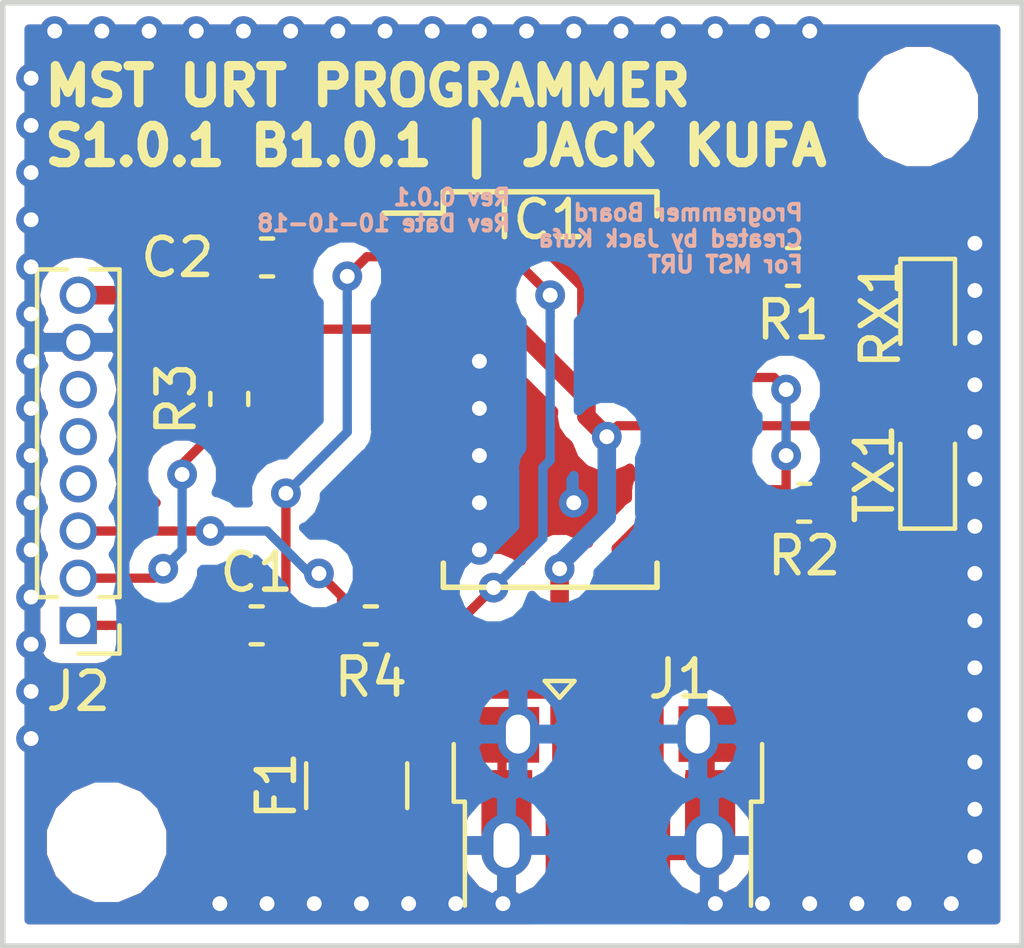
<source format=kicad_pcb>
(kicad_pcb (version 20171130) (host pcbnew "(5.0.1)-3")

  (general
    (thickness 1.6)
    (drawings 7)
    (tracks 191)
    (zones 0)
    (modules 14)
    (nets 32)
  )

  (page A4)
  (layers
    (0 F.Cu signal)
    (31 B.Cu signal)
    (32 B.Adhes user)
    (33 F.Adhes user)
    (34 B.Paste user)
    (35 F.Paste user)
    (36 B.SilkS user hide)
    (37 F.SilkS user)
    (38 B.Mask user hide)
    (39 F.Mask user)
    (40 Dwgs.User user)
    (41 Cmts.User user)
    (42 Eco1.User user)
    (43 Eco2.User user)
    (44 Edge.Cuts user)
    (45 Margin user)
    (46 B.CrtYd user)
    (47 F.CrtYd user)
    (48 B.Fab user)
    (49 F.Fab user hide)
  )

  (setup
    (last_trace_width 0.25)
    (user_trace_width 0.5)
    (trace_clearance 0.2)
    (zone_clearance 0.508)
    (zone_45_only no)
    (trace_min 0.2)
    (segment_width 0.2)
    (edge_width 0.15)
    (via_size 0.8)
    (via_drill 0.4)
    (via_min_size 0.4)
    (via_min_drill 0.3)
    (uvia_size 0.3)
    (uvia_drill 0.1)
    (uvias_allowed no)
    (uvia_min_size 0.2)
    (uvia_min_drill 0.1)
    (pcb_text_width 0.3)
    (pcb_text_size 1.5 1.5)
    (mod_edge_width 0.15)
    (mod_text_size 1 1)
    (mod_text_width 0.15)
    (pad_size 1.524 1.524)
    (pad_drill 0.762)
    (pad_to_mask_clearance 0.2)
    (solder_mask_min_width 0.25)
    (aux_axis_origin 0 0)
    (visible_elements 7FFFFFFF)
    (pcbplotparams
      (layerselection 0x010fc_ffffffff)
      (usegerberextensions false)
      (usegerberattributes false)
      (usegerberadvancedattributes false)
      (creategerberjobfile false)
      (excludeedgelayer true)
      (linewidth 0.100000)
      (plotframeref false)
      (viasonmask false)
      (mode 1)
      (useauxorigin false)
      (hpglpennumber 1)
      (hpglpenspeed 20)
      (hpglpendiameter 15.000000)
      (psnegative false)
      (psa4output false)
      (plotreference true)
      (plotvalue true)
      (plotinvisibletext false)
      (padsonsilk false)
      (subtractmaskfromsilk false)
      (outputformat 1)
      (mirror false)
      (drillshape 1)
      (scaleselection 1)
      (outputdirectory ""))
  )

  (net 0 "")
  (net 1 "Net-(C1-Pad1)")
  (net 2 "Net-(C1-Pad2)")
  (net 3 +5V)
  (net 4 "Net-(F1-Pad2)")
  (net 5 "Net-(IC1-Pad1)")
  (net 6 "Net-(IC1-Pad3)")
  (net 7 "Net-(IC1-Pad5)")
  (net 8 "Net-(IC1-Pad6)")
  (net 9 "Net-(IC1-Pad9)")
  (net 10 "Net-(IC1-Pad10)")
  (net 11 "Net-(IC1-Pad11)")
  (net 12 "Net-(IC1-Pad12)")
  (net 13 "Net-(IC1-Pad13)")
  (net 14 "Net-(IC1-Pad14)")
  (net 15 "Net-(IC1-Pad15)")
  (net 16 "Net-(IC1-Pad16)")
  (net 17 "Net-(IC1-Pad17)")
  (net 18 "Net-(IC1-Pad19)")
  (net 19 "Net-(IC1-Pad22)")
  (net 20 "Net-(IC1-Pad23)")
  (net 21 "Net-(IC1-Pad27)")
  (net 22 "Net-(IC1-Pad28)")
  (net 23 "Net-(J1-Pad4)")
  (net 24 "Net-(J2-Pad2)")
  (net 25 "Net-(J2-Pad3)")
  (net 26 "Net-(J2-Pad4)")
  (net 27 "Net-(J2-Pad5)")
  (net 28 "Net-(J2-Pad6)")
  (net 29 "Net-(R1-Pad1)")
  (net 30 "Net-(R2-Pad1)")
  (net 31 GND)

  (net_class Default "This is the default net class."
    (clearance 0.2)
    (trace_width 0.25)
    (via_dia 0.8)
    (via_drill 0.4)
    (uvia_dia 0.3)
    (uvia_drill 0.1)
    (add_net +5V)
    (add_net GND)
    (add_net "Net-(C1-Pad1)")
    (add_net "Net-(C1-Pad2)")
    (add_net "Net-(F1-Pad2)")
    (add_net "Net-(IC1-Pad1)")
    (add_net "Net-(IC1-Pad10)")
    (add_net "Net-(IC1-Pad11)")
    (add_net "Net-(IC1-Pad12)")
    (add_net "Net-(IC1-Pad13)")
    (add_net "Net-(IC1-Pad14)")
    (add_net "Net-(IC1-Pad15)")
    (add_net "Net-(IC1-Pad16)")
    (add_net "Net-(IC1-Pad17)")
    (add_net "Net-(IC1-Pad19)")
    (add_net "Net-(IC1-Pad22)")
    (add_net "Net-(IC1-Pad23)")
    (add_net "Net-(IC1-Pad27)")
    (add_net "Net-(IC1-Pad28)")
    (add_net "Net-(IC1-Pad3)")
    (add_net "Net-(IC1-Pad5)")
    (add_net "Net-(IC1-Pad6)")
    (add_net "Net-(IC1-Pad9)")
    (add_net "Net-(J1-Pad4)")
    (add_net "Net-(J2-Pad2)")
    (add_net "Net-(J2-Pad3)")
    (add_net "Net-(J2-Pad4)")
    (add_net "Net-(J2-Pad5)")
    (add_net "Net-(J2-Pad6)")
    (add_net "Net-(R1-Pad1)")
    (add_net "Net-(R2-Pad1)")
  )

  (module MountingHole:MountingHole_2.2mm_M2 (layer F.Cu) (tedit 5BDBAE97) (tstamp 5BE9053B)
    (at 81.026 37.592)
    (descr "Mounting Hole 2.2mm, no annular, M2")
    (tags "mounting hole 2.2mm no annular m2")
    (attr virtual)
    (fp_text reference REF** (at 0 -3.2) (layer F.SilkS) hide
      (effects (font (size 1 1) (thickness 0.15)))
    )
    (fp_text value MountingHole_2.2mm_M2 (at 0 3.2) (layer F.Fab)
      (effects (font (size 1 1) (thickness 0.15)))
    )
    (fp_text user %R (at 0.3 0) (layer F.Fab)
      (effects (font (size 1 1) (thickness 0.15)))
    )
    (fp_circle (center 0 0) (end 2.2 0) (layer Cmts.User) (width 0.15))
    (fp_circle (center 0 0) (end 2.45 0) (layer F.CrtYd) (width 0.05))
    (pad 1 np_thru_hole circle (at 0 0) (size 2.2 2.2) (drill 2.2) (layers *.Cu *.Mask))
  )

  (module Resistor_SMD:R_0603_1608Metric (layer F.Cu) (tedit 5B301BBD) (tstamp 5BE3DEA5)
    (at 66.294 51.562)
    (descr "Resistor SMD 0603 (1608 Metric), square (rectangular) end terminal, IPC_7351 nominal, (Body size source: http://www.tortai-tech.com/upload/download/2011102023233369053.pdf), generated with kicad-footprint-generator")
    (tags resistor)
    (path /5B87B57E)
    (attr smd)
    (fp_text reference R4 (at 0 1.397) (layer F.SilkS)
      (effects (font (size 1 1) (thickness 0.15)))
    )
    (fp_text value 100 (at 0 1.43) (layer F.Fab)
      (effects (font (size 1 1) (thickness 0.15)))
    )
    (fp_text user %R (at 0 0) (layer F.Fab)
      (effects (font (size 0.4 0.4) (thickness 0.06)))
    )
    (fp_line (start 1.48 0.73) (end -1.48 0.73) (layer F.CrtYd) (width 0.05))
    (fp_line (start 1.48 -0.73) (end 1.48 0.73) (layer F.CrtYd) (width 0.05))
    (fp_line (start -1.48 -0.73) (end 1.48 -0.73) (layer F.CrtYd) (width 0.05))
    (fp_line (start -1.48 0.73) (end -1.48 -0.73) (layer F.CrtYd) (width 0.05))
    (fp_line (start -0.162779 0.51) (end 0.162779 0.51) (layer F.SilkS) (width 0.12))
    (fp_line (start -0.162779 -0.51) (end 0.162779 -0.51) (layer F.SilkS) (width 0.12))
    (fp_line (start 0.8 0.4) (end -0.8 0.4) (layer F.Fab) (width 0.1))
    (fp_line (start 0.8 -0.4) (end 0.8 0.4) (layer F.Fab) (width 0.1))
    (fp_line (start -0.8 -0.4) (end 0.8 -0.4) (layer F.Fab) (width 0.1))
    (fp_line (start -0.8 0.4) (end -0.8 -0.4) (layer F.Fab) (width 0.1))
    (pad 2 smd roundrect (at 0.7875 0) (size 0.875 0.95) (layers F.Cu F.Paste F.Mask) (roundrect_rratio 0.25)
      (net 5 "Net-(IC1-Pad1)"))
    (pad 1 smd roundrect (at -0.7875 0) (size 0.875 0.95) (layers F.Cu F.Paste F.Mask) (roundrect_rratio 0.25)
      (net 25 "Net-(J2-Pad3)"))
    (model ${KISYS3DMOD}/Resistor_SMD.3dshapes/R_0603_1608Metric.wrl
      (at (xyz 0 0 0))
      (scale (xyz 1 1 1))
      (rotate (xyz 0 0 0))
    )
  )

  (module Resistor_SMD:R_0603_1608Metric (layer F.Cu) (tedit 5B301BBD) (tstamp 5BE3DE95)
    (at 62.484 45.466 90)
    (descr "Resistor SMD 0603 (1608 Metric), square (rectangular) end terminal, IPC_7351 nominal, (Body size source: http://www.tortai-tech.com/upload/download/2011102023233369053.pdf), generated with kicad-footprint-generator")
    (tags resistor)
    (path /5B87B2E1)
    (attr smd)
    (fp_text reference R3 (at 0 -1.43 90) (layer F.SilkS)
      (effects (font (size 1 1) (thickness 0.15)))
    )
    (fp_text value 100 (at 0 1.43 90) (layer F.Fab)
      (effects (font (size 1 1) (thickness 0.15)))
    )
    (fp_line (start -0.8 0.4) (end -0.8 -0.4) (layer F.Fab) (width 0.1))
    (fp_line (start -0.8 -0.4) (end 0.8 -0.4) (layer F.Fab) (width 0.1))
    (fp_line (start 0.8 -0.4) (end 0.8 0.4) (layer F.Fab) (width 0.1))
    (fp_line (start 0.8 0.4) (end -0.8 0.4) (layer F.Fab) (width 0.1))
    (fp_line (start -0.162779 -0.51) (end 0.162779 -0.51) (layer F.SilkS) (width 0.12))
    (fp_line (start -0.162779 0.51) (end 0.162779 0.51) (layer F.SilkS) (width 0.12))
    (fp_line (start -1.48 0.73) (end -1.48 -0.73) (layer F.CrtYd) (width 0.05))
    (fp_line (start -1.48 -0.73) (end 1.48 -0.73) (layer F.CrtYd) (width 0.05))
    (fp_line (start 1.48 -0.73) (end 1.48 0.73) (layer F.CrtYd) (width 0.05))
    (fp_line (start 1.48 0.73) (end -1.48 0.73) (layer F.CrtYd) (width 0.05))
    (fp_text user %R (at 0 0 90) (layer F.Fab)
      (effects (font (size 0.4 0.4) (thickness 0.06)))
    )
    (pad 1 smd roundrect (at -0.7875 0 90) (size 0.875 0.95) (layers F.Cu F.Paste F.Mask) (roundrect_rratio 0.25)
      (net 24 "Net-(J2-Pad2)"))
    (pad 2 smd roundrect (at 0.7875 0 90) (size 0.875 0.95) (layers F.Cu F.Paste F.Mask) (roundrect_rratio 0.25)
      (net 7 "Net-(IC1-Pad5)"))
    (model ${KISYS3DMOD}/Resistor_SMD.3dshapes/R_0603_1608Metric.wrl
      (at (xyz 0 0 0))
      (scale (xyz 1 1 1))
      (rotate (xyz 0 0 0))
    )
  )

  (module Resistor_SMD:R_0603_1608Metric (layer F.Cu) (tedit 5B301BBD) (tstamp 5BE3DE85)
    (at 77.955 48.26 180)
    (descr "Resistor SMD 0603 (1608 Metric), square (rectangular) end terminal, IPC_7351 nominal, (Body size source: http://www.tortai-tech.com/upload/download/2011102023233369053.pdf), generated with kicad-footprint-generator")
    (tags resistor)
    (path /5B7F5F7D)
    (attr smd)
    (fp_text reference R2 (at 0 -1.43 180) (layer F.SilkS)
      (effects (font (size 1 1) (thickness 0.15)))
    )
    (fp_text value 1K (at 0 1.43 180) (layer F.Fab)
      (effects (font (size 1 1) (thickness 0.15)))
    )
    (fp_text user %R (at 0 0 180) (layer F.Fab)
      (effects (font (size 0.4 0.4) (thickness 0.06)))
    )
    (fp_line (start 1.48 0.73) (end -1.48 0.73) (layer F.CrtYd) (width 0.05))
    (fp_line (start 1.48 -0.73) (end 1.48 0.73) (layer F.CrtYd) (width 0.05))
    (fp_line (start -1.48 -0.73) (end 1.48 -0.73) (layer F.CrtYd) (width 0.05))
    (fp_line (start -1.48 0.73) (end -1.48 -0.73) (layer F.CrtYd) (width 0.05))
    (fp_line (start -0.162779 0.51) (end 0.162779 0.51) (layer F.SilkS) (width 0.12))
    (fp_line (start -0.162779 -0.51) (end 0.162779 -0.51) (layer F.SilkS) (width 0.12))
    (fp_line (start 0.8 0.4) (end -0.8 0.4) (layer F.Fab) (width 0.1))
    (fp_line (start 0.8 -0.4) (end 0.8 0.4) (layer F.Fab) (width 0.1))
    (fp_line (start -0.8 -0.4) (end 0.8 -0.4) (layer F.Fab) (width 0.1))
    (fp_line (start -0.8 0.4) (end -0.8 -0.4) (layer F.Fab) (width 0.1))
    (pad 2 smd roundrect (at 0.7875 0 180) (size 0.875 0.95) (layers F.Cu F.Paste F.Mask) (roundrect_rratio 0.25)
      (net 19 "Net-(IC1-Pad22)"))
    (pad 1 smd roundrect (at -0.7875 0 180) (size 0.875 0.95) (layers F.Cu F.Paste F.Mask) (roundrect_rratio 0.25)
      (net 30 "Net-(R2-Pad1)"))
    (model ${KISYS3DMOD}/Resistor_SMD.3dshapes/R_0603_1608Metric.wrl
      (at (xyz 0 0 0))
      (scale (xyz 1 1 1))
      (rotate (xyz 0 0 0))
    )
  )

  (module Resistor_SMD:R_0603_1608Metric (layer F.Cu) (tedit 5B301BBD) (tstamp 5BE3DE75)
    (at 77.655 41.91 180)
    (descr "Resistor SMD 0603 (1608 Metric), square (rectangular) end terminal, IPC_7351 nominal, (Body size source: http://www.tortai-tech.com/upload/download/2011102023233369053.pdf), generated with kicad-footprint-generator")
    (tags resistor)
    (path /5B7F5F0D)
    (attr smd)
    (fp_text reference R1 (at 0 -1.43 180) (layer F.SilkS)
      (effects (font (size 1 1) (thickness 0.15)))
    )
    (fp_text value 1K (at 0 1.43 180) (layer F.Fab)
      (effects (font (size 1 1) (thickness 0.15)))
    )
    (fp_line (start -0.8 0.4) (end -0.8 -0.4) (layer F.Fab) (width 0.1))
    (fp_line (start -0.8 -0.4) (end 0.8 -0.4) (layer F.Fab) (width 0.1))
    (fp_line (start 0.8 -0.4) (end 0.8 0.4) (layer F.Fab) (width 0.1))
    (fp_line (start 0.8 0.4) (end -0.8 0.4) (layer F.Fab) (width 0.1))
    (fp_line (start -0.162779 -0.51) (end 0.162779 -0.51) (layer F.SilkS) (width 0.12))
    (fp_line (start -0.162779 0.51) (end 0.162779 0.51) (layer F.SilkS) (width 0.12))
    (fp_line (start -1.48 0.73) (end -1.48 -0.73) (layer F.CrtYd) (width 0.05))
    (fp_line (start -1.48 -0.73) (end 1.48 -0.73) (layer F.CrtYd) (width 0.05))
    (fp_line (start 1.48 -0.73) (end 1.48 0.73) (layer F.CrtYd) (width 0.05))
    (fp_line (start 1.48 0.73) (end -1.48 0.73) (layer F.CrtYd) (width 0.05))
    (fp_text user %R (at 0 0 180) (layer F.Fab)
      (effects (font (size 0.4 0.4) (thickness 0.06)))
    )
    (pad 1 smd roundrect (at -0.7875 0 180) (size 0.875 0.95) (layers F.Cu F.Paste F.Mask) (roundrect_rratio 0.25)
      (net 29 "Net-(R1-Pad1)"))
    (pad 2 smd roundrect (at 0.7875 0 180) (size 0.875 0.95) (layers F.Cu F.Paste F.Mask) (roundrect_rratio 0.25)
      (net 20 "Net-(IC1-Pad23)"))
    (model ${KISYS3DMOD}/Resistor_SMD.3dshapes/R_0603_1608Metric.wrl
      (at (xyz 0 0 0))
      (scale (xyz 1 1 1))
      (rotate (xyz 0 0 0))
    )
  )

  (module Fuse:Fuse_1210_3225Metric (layer F.Cu) (tedit 5B301BBE) (tstamp 5BD83ABF)
    (at 65.913 55.88 270)
    (descr "Fuse SMD 1210 (3225 Metric), square (rectangular) end terminal, IPC_7351 nominal, (Body size source: http://www.tortai-tech.com/upload/download/2011102023233369053.pdf), generated with kicad-footprint-generator")
    (tags resistor)
    (path /5B7F330A)
    (attr smd)
    (fp_text reference F1 (at 0 2.159 270) (layer F.SilkS)
      (effects (font (size 1 1) (thickness 0.15)))
    )
    (fp_text value 2A (at 0 2.28 270) (layer F.Fab)
      (effects (font (size 1 1) (thickness 0.15)))
    )
    (fp_line (start -1.6 1.25) (end -1.6 -1.25) (layer F.Fab) (width 0.1))
    (fp_line (start -1.6 -1.25) (end 1.6 -1.25) (layer F.Fab) (width 0.1))
    (fp_line (start 1.6 -1.25) (end 1.6 1.25) (layer F.Fab) (width 0.1))
    (fp_line (start 1.6 1.25) (end -1.6 1.25) (layer F.Fab) (width 0.1))
    (fp_line (start -0.602064 -1.36) (end 0.602064 -1.36) (layer F.SilkS) (width 0.12))
    (fp_line (start -0.602064 1.36) (end 0.602064 1.36) (layer F.SilkS) (width 0.12))
    (fp_line (start -2.28 1.58) (end -2.28 -1.58) (layer F.CrtYd) (width 0.05))
    (fp_line (start -2.28 -1.58) (end 2.28 -1.58) (layer F.CrtYd) (width 0.05))
    (fp_line (start 2.28 -1.58) (end 2.28 1.58) (layer F.CrtYd) (width 0.05))
    (fp_line (start 2.28 1.58) (end -2.28 1.58) (layer F.CrtYd) (width 0.05))
    (fp_text user %R (at 0 0 270) (layer F.Fab)
      (effects (font (size 0.8 0.8) (thickness 0.12)))
    )
    (pad 1 smd roundrect (at -1.4 0 270) (size 1.25 2.65) (layers F.Cu F.Paste F.Mask) (roundrect_rratio 0.2)
      (net 3 +5V))
    (pad 2 smd roundrect (at 1.4 0 270) (size 1.25 2.65) (layers F.Cu F.Paste F.Mask) (roundrect_rratio 0.2)
      (net 4 "Net-(F1-Pad2)"))
    (model ${KISYS3DMOD}/Fuse.3dshapes/Fuse_1210_3225Metric.wrl
      (at (xyz 0 0 0))
      (scale (xyz 1 1 1))
      (rotate (xyz 0 0 0))
    )
  )

  (module Package_SO:SSOP-28_5.3x10.2mm_P0.65mm (layer F.Cu) (tedit 5A02F25C) (tstamp 5BAF3A80)
    (at 71.12 45.212)
    (descr "28-Lead Plastic Shrink Small Outline (SS)-5.30 mm Body [SSOP] (see Microchip Packaging Specification 00000049BS.pdf)")
    (tags "SSOP 0.65")
    (path /5B7F2CF3)
    (attr smd)
    (fp_text reference IC1 (at -0.254 -4.572) (layer F.SilkS)
      (effects (font (size 1 1) (thickness 0.15)))
    )
    (fp_text value FT232RL (at 0 6.25) (layer F.Fab)
      (effects (font (size 1 1) (thickness 0.15)))
    )
    (fp_text user %R (at 0 0) (layer F.Fab)
      (effects (font (size 0.8 0.8) (thickness 0.15)))
    )
    (fp_line (start -2.875 -4.75) (end -4.475 -4.75) (layer F.SilkS) (width 0.15))
    (fp_line (start -2.875 5.325) (end 2.875 5.325) (layer F.SilkS) (width 0.15))
    (fp_line (start -2.875 -5.325) (end 2.875 -5.325) (layer F.SilkS) (width 0.15))
    (fp_line (start -2.875 5.325) (end -2.875 4.675) (layer F.SilkS) (width 0.15))
    (fp_line (start 2.875 5.325) (end 2.875 4.675) (layer F.SilkS) (width 0.15))
    (fp_line (start 2.875 -5.325) (end 2.875 -4.675) (layer F.SilkS) (width 0.15))
    (fp_line (start -2.875 -5.325) (end -2.875 -4.75) (layer F.SilkS) (width 0.15))
    (fp_line (start -4.75 5.5) (end 4.75 5.5) (layer F.CrtYd) (width 0.05))
    (fp_line (start -4.75 -5.5) (end 4.75 -5.5) (layer F.CrtYd) (width 0.05))
    (fp_line (start 4.75 -5.5) (end 4.75 5.5) (layer F.CrtYd) (width 0.05))
    (fp_line (start -4.75 -5.5) (end -4.75 5.5) (layer F.CrtYd) (width 0.05))
    (fp_line (start -2.65 -4.1) (end -1.65 -5.1) (layer F.Fab) (width 0.15))
    (fp_line (start -2.65 5.1) (end -2.65 -4.1) (layer F.Fab) (width 0.15))
    (fp_line (start 2.65 5.1) (end -2.65 5.1) (layer F.Fab) (width 0.15))
    (fp_line (start 2.65 -5.1) (end 2.65 5.1) (layer F.Fab) (width 0.15))
    (fp_line (start -1.65 -5.1) (end 2.65 -5.1) (layer F.Fab) (width 0.15))
    (pad 28 smd rect (at 3.6 -4.225) (size 1.75 0.45) (layers F.Cu F.Paste F.Mask)
      (net 22 "Net-(IC1-Pad28)"))
    (pad 27 smd rect (at 3.6 -3.575) (size 1.75 0.45) (layers F.Cu F.Paste F.Mask)
      (net 21 "Net-(IC1-Pad27)"))
    (pad 26 smd rect (at 3.6 -2.925) (size 1.75 0.45) (layers F.Cu F.Paste F.Mask)
      (net 31 GND))
    (pad 25 smd rect (at 3.6 -2.275) (size 1.75 0.45) (layers F.Cu F.Paste F.Mask)
      (net 31 GND))
    (pad 24 smd rect (at 3.6 -1.625) (size 1.75 0.45) (layers F.Cu F.Paste F.Mask))
    (pad 23 smd rect (at 3.6 -0.975) (size 1.75 0.45) (layers F.Cu F.Paste F.Mask)
      (net 20 "Net-(IC1-Pad23)"))
    (pad 22 smd rect (at 3.6 -0.325) (size 1.75 0.45) (layers F.Cu F.Paste F.Mask)
      (net 19 "Net-(IC1-Pad22)"))
    (pad 21 smd rect (at 3.6 0.325) (size 1.75 0.45) (layers F.Cu F.Paste F.Mask)
      (net 31 GND))
    (pad 20 smd rect (at 3.6 0.975) (size 1.75 0.45) (layers F.Cu F.Paste F.Mask)
      (net 3 +5V))
    (pad 19 smd rect (at 3.6 1.625) (size 1.75 0.45) (layers F.Cu F.Paste F.Mask)
      (net 18 "Net-(IC1-Pad19)"))
    (pad 18 smd rect (at 3.6 2.275) (size 1.75 0.45) (layers F.Cu F.Paste F.Mask)
      (net 31 GND))
    (pad 17 smd rect (at 3.6 2.925) (size 1.75 0.45) (layers F.Cu F.Paste F.Mask)
      (net 17 "Net-(IC1-Pad17)"))
    (pad 16 smd rect (at 3.6 3.575) (size 1.75 0.45) (layers F.Cu F.Paste F.Mask)
      (net 16 "Net-(IC1-Pad16)"))
    (pad 15 smd rect (at 3.6 4.225) (size 1.75 0.45) (layers F.Cu F.Paste F.Mask)
      (net 15 "Net-(IC1-Pad15)"))
    (pad 14 smd rect (at -3.6 4.225) (size 1.75 0.45) (layers F.Cu F.Paste F.Mask)
      (net 14 "Net-(IC1-Pad14)"))
    (pad 13 smd rect (at -3.6 3.575) (size 1.75 0.45) (layers F.Cu F.Paste F.Mask)
      (net 13 "Net-(IC1-Pad13)"))
    (pad 12 smd rect (at -3.6 2.925) (size 1.75 0.45) (layers F.Cu F.Paste F.Mask)
      (net 12 "Net-(IC1-Pad12)"))
    (pad 11 smd rect (at -3.6 2.275) (size 1.75 0.45) (layers F.Cu F.Paste F.Mask)
      (net 11 "Net-(IC1-Pad11)"))
    (pad 10 smd rect (at -3.6 1.625) (size 1.75 0.45) (layers F.Cu F.Paste F.Mask)
      (net 10 "Net-(IC1-Pad10)"))
    (pad 9 smd rect (at -3.6 0.975) (size 1.75 0.45) (layers F.Cu F.Paste F.Mask)
      (net 9 "Net-(IC1-Pad9)"))
    (pad 8 smd rect (at -3.6 0.325) (size 1.75 0.45) (layers F.Cu F.Paste F.Mask))
    (pad 7 smd rect (at -3.6 -0.325) (size 1.75 0.45) (layers F.Cu F.Paste F.Mask)
      (net 31 GND))
    (pad 6 smd rect (at -3.6 -0.975) (size 1.75 0.45) (layers F.Cu F.Paste F.Mask)
      (net 8 "Net-(IC1-Pad6)"))
    (pad 5 smd rect (at -3.6 -1.625) (size 1.75 0.45) (layers F.Cu F.Paste F.Mask)
      (net 7 "Net-(IC1-Pad5)"))
    (pad 4 smd rect (at -3.6 -2.275) (size 1.75 0.45) (layers F.Cu F.Paste F.Mask)
      (net 3 +5V))
    (pad 3 smd rect (at -3.6 -2.925) (size 1.75 0.45) (layers F.Cu F.Paste F.Mask)
      (net 6 "Net-(IC1-Pad3)"))
    (pad 2 smd rect (at -3.6 -3.575) (size 1.75 0.45) (layers F.Cu F.Paste F.Mask)
      (net 2 "Net-(C1-Pad2)"))
    (pad 1 smd rect (at -3.6 -4.225) (size 1.75 0.45) (layers F.Cu F.Paste F.Mask)
      (net 5 "Net-(IC1-Pad1)"))
    (model ${KISYS3DMOD}/Package_SO.3dshapes/SSOP-28_5.3x10.2mm_P0.65mm.wrl
      (at (xyz 0 0 0))
      (scale (xyz 1 1 1))
      (rotate (xyz 0 0 0))
    )
  )

  (module Connector_PinHeader_1.27mm:PinHeader_1x08_P1.27mm_Vertical (layer F.Cu) (tedit 5BAFD942) (tstamp 5BAF3AC8)
    (at 58.42 51.562 180)
    (descr "Through hole straight pin header, 1x08, 1.27mm pitch, single row")
    (tags "Through hole pin header THT 1x08 1.27mm single row")
    (path /5B875270)
    (fp_text reference J2 (at 0 -1.778) (layer F.SilkS)
      (effects (font (size 1 1) (thickness 0.15)))
    )
    (fp_text value Jumper_For_RJ45 (at 2.54 3.81 90 unlocked) (layer F.Fab)
      (effects (font (size 1 1) (thickness 0.15)))
    )
    (fp_text user %R (at 0 4.445 270) (layer F.Fab)
      (effects (font (size 1 1) (thickness 0.15)))
    )
    (fp_line (start 1.55 -1.15) (end -1.55 -1.15) (layer F.CrtYd) (width 0.05))
    (fp_line (start 1.55 10.05) (end 1.55 -1.15) (layer F.CrtYd) (width 0.05))
    (fp_line (start -1.55 10.05) (end 1.55 10.05) (layer F.CrtYd) (width 0.05))
    (fp_line (start -1.55 -1.15) (end -1.55 10.05) (layer F.CrtYd) (width 0.05))
    (fp_line (start -1.11 -0.76) (end 0 -0.76) (layer F.SilkS) (width 0.12))
    (fp_line (start -1.11 0) (end -1.11 -0.76) (layer F.SilkS) (width 0.12))
    (fp_line (start 0.563471 0.76) (end 1.11 0.76) (layer F.SilkS) (width 0.12))
    (fp_line (start -1.11 0.76) (end -0.563471 0.76) (layer F.SilkS) (width 0.12))
    (fp_line (start 1.11 0.76) (end 1.11 9.585) (layer F.SilkS) (width 0.12))
    (fp_line (start -1.11 0.76) (end -1.11 9.585) (layer F.SilkS) (width 0.12))
    (fp_line (start 0.30753 9.585) (end 1.11 9.585) (layer F.SilkS) (width 0.12))
    (fp_line (start -1.11 9.585) (end -0.30753 9.585) (layer F.SilkS) (width 0.12))
    (fp_line (start -1.05 -0.11) (end -0.525 -0.635) (layer F.Fab) (width 0.1))
    (fp_line (start -1.05 9.525) (end -1.05 -0.11) (layer F.Fab) (width 0.1))
    (fp_line (start 1.05 9.525) (end -1.05 9.525) (layer F.Fab) (width 0.1))
    (fp_line (start 1.05 -0.635) (end 1.05 9.525) (layer F.Fab) (width 0.1))
    (fp_line (start -0.525 -0.635) (end 1.05 -0.635) (layer F.Fab) (width 0.1))
    (pad 8 thru_hole oval (at 0 8.89 180) (size 1 1) (drill 0.65) (layers *.Cu *.Mask)
      (net 3 +5V))
    (pad 7 thru_hole oval (at 0 7.62 180) (size 1 1) (drill 0.65) (layers *.Cu *.Mask)
      (net 31 GND))
    (pad 6 thru_hole oval (at 0 6.35 180) (size 1 1) (drill 0.65) (layers *.Cu *.Mask)
      (net 28 "Net-(J2-Pad6)"))
    (pad 5 thru_hole oval (at 0 5.08 180) (size 1 1) (drill 0.65) (layers *.Cu *.Mask)
      (net 27 "Net-(J2-Pad5)"))
    (pad 4 thru_hole oval (at 0 3.81 180) (size 1 1) (drill 0.65) (layers *.Cu *.Mask)
      (net 26 "Net-(J2-Pad4)"))
    (pad 3 thru_hole oval (at 0 2.54 180) (size 1 1) (drill 0.65) (layers *.Cu *.Mask)
      (net 25 "Net-(J2-Pad3)"))
    (pad 2 thru_hole oval (at 0 1.27 180) (size 1 1) (drill 0.65) (layers *.Cu *.Mask)
      (net 24 "Net-(J2-Pad2)"))
    (pad 1 thru_hole rect (at 0 0 180) (size 1 1) (drill 0.65) (layers *.Cu *.Mask)
      (net 1 "Net-(C1-Pad1)"))
    (model ${KISYS3DMOD}/Connector_PinHeader_1.27mm.3dshapes/PinHeader_1x08_P1.27mm_Vertical.wrl
      (at (xyz 0 0 0))
      (scale (xyz 1 1 1))
      (rotate (xyz 0 0 0))
    )
  )

  (module Capacitor_SMD:C_0603_1608Metric (layer F.Cu) (tedit 5B301BBE) (tstamp 5BAF3A40)
    (at 63.2205 51.562)
    (descr "Capacitor SMD 0603 (1608 Metric), square (rectangular) end terminal, IPC_7351 nominal, (Body size source: http://www.tortai-tech.com/upload/download/2011102023233369053.pdf), generated with kicad-footprint-generator")
    (tags capacitor)
    (path /5B7F5A97)
    (attr smd)
    (fp_text reference C1 (at 0 -1.43) (layer F.SilkS)
      (effects (font (size 1 1) (thickness 0.15)))
    )
    (fp_text value 100nF (at 0 1.43) (layer F.Fab)
      (effects (font (size 1 1) (thickness 0.15)))
    )
    (fp_text user %R (at 0 0) (layer F.Fab)
      (effects (font (size 0.4 0.4) (thickness 0.06)))
    )
    (fp_line (start 1.48 0.73) (end -1.48 0.73) (layer F.CrtYd) (width 0.05))
    (fp_line (start 1.48 -0.73) (end 1.48 0.73) (layer F.CrtYd) (width 0.05))
    (fp_line (start -1.48 -0.73) (end 1.48 -0.73) (layer F.CrtYd) (width 0.05))
    (fp_line (start -1.48 0.73) (end -1.48 -0.73) (layer F.CrtYd) (width 0.05))
    (fp_line (start -0.162779 0.51) (end 0.162779 0.51) (layer F.SilkS) (width 0.12))
    (fp_line (start -0.162779 -0.51) (end 0.162779 -0.51) (layer F.SilkS) (width 0.12))
    (fp_line (start 0.8 0.4) (end -0.8 0.4) (layer F.Fab) (width 0.1))
    (fp_line (start 0.8 -0.4) (end 0.8 0.4) (layer F.Fab) (width 0.1))
    (fp_line (start -0.8 -0.4) (end 0.8 -0.4) (layer F.Fab) (width 0.1))
    (fp_line (start -0.8 0.4) (end -0.8 -0.4) (layer F.Fab) (width 0.1))
    (pad 2 smd roundrect (at 0.7875 0) (size 0.875 0.95) (layers F.Cu F.Paste F.Mask) (roundrect_rratio 0.25)
      (net 2 "Net-(C1-Pad2)"))
    (pad 1 smd roundrect (at -0.7875 0) (size 0.875 0.95) (layers F.Cu F.Paste F.Mask) (roundrect_rratio 0.25)
      (net 1 "Net-(C1-Pad1)"))
    (model ${KISYS3DMOD}/Capacitor_SMD.3dshapes/C_0603_1608Metric.wrl
      (at (xyz 0 0 0))
      (scale (xyz 1 1 1))
      (rotate (xyz 0 0 0))
    )
  )

  (module Connector_USB:USB_Micro-B_Amphenol_10103594-0001LF_Horizontal (layer F.Cu) (tedit 5A1DC0BD) (tstamp 5BAF3AAA)
    (at 72.699 56.375)
    (descr "Micro USB Type B 10103594-0001LF, http://cdn.amphenol-icc.com/media/wysiwyg/files/drawing/10103594.pdf")
    (tags "USB USB_B USB_micro USB_OTG")
    (path /5B7F2F5E)
    (attr smd)
    (fp_text reference J1 (at 1.925 -3.365) (layer F.SilkS)
      (effects (font (size 1 1) (thickness 0.15)))
    )
    (fp_text value USB_B_Micro (at -0.025 4.435) (layer F.Fab)
      (effects (font (size 1 1) (thickness 0.15)))
    )
    (fp_line (start 4.14 3.58) (end -4.13 3.58) (layer F.CrtYd) (width 0.05))
    (fp_line (start 4.14 3.58) (end 4.14 -2.88) (layer F.CrtYd) (width 0.05))
    (fp_line (start -4.13 -2.88) (end -4.13 3.58) (layer F.CrtYd) (width 0.05))
    (fp_line (start -4.13 -2.88) (end 4.14 -2.88) (layer F.CrtYd) (width 0.05))
    (fp_line (start -4.025 2.835) (end 3.975 2.835) (layer Dwgs.User) (width 0.1))
    (fp_line (start -3.775 3.335) (end -3.775 -0.865) (layer F.Fab) (width 0.12))
    (fp_line (start -2.975 -1.615) (end 3.725 -1.615) (layer F.Fab) (width 0.12))
    (fp_line (start 3.725 -1.615) (end 3.725 3.335) (layer F.Fab) (width 0.12))
    (fp_line (start 3.725 3.335) (end -3.775 3.335) (layer F.Fab) (width 0.12))
    (fp_line (start -3.775 -0.865) (end -2.975 -1.615) (layer F.Fab) (width 0.12))
    (fp_line (start -1.325 -2.865) (end -1.725 -3.315) (layer F.SilkS) (width 0.12))
    (fp_line (start -1.725 -3.315) (end -0.925 -3.315) (layer F.SilkS) (width 0.12))
    (fp_line (start -0.925 -3.315) (end -1.325 -2.865) (layer F.SilkS) (width 0.12))
    (fp_line (start 3.825 2.735) (end 3.825 -0.065) (layer F.SilkS) (width 0.12))
    (fp_line (start 3.825 -0.065) (end 4.125 -0.065) (layer F.SilkS) (width 0.12))
    (fp_line (start 4.125 -0.065) (end 4.125 -1.615) (layer F.SilkS) (width 0.12))
    (fp_line (start -3.875 2.735) (end -3.875 -0.065) (layer F.SilkS) (width 0.12))
    (fp_line (start -4.175 -0.065) (end -3.875 -0.065) (layer F.SilkS) (width 0.12))
    (fp_line (start -4.175 -0.065) (end -4.175 -1.615) (layer F.SilkS) (width 0.12))
    (fp_text user %R (at -0.025 -0.015) (layer F.Fab)
      (effects (font (size 1 1) (thickness 0.15)))
    )
    (fp_text user "PCB edge" (at -0.025 2.235) (layer Dwgs.User)
      (effects (font (size 0.5 0.5) (thickness 0.075)))
    )
    (pad 6 smd rect (at 0.935 1.385 90) (size 2.5 1.43) (layers F.Cu F.Paste F.Mask)
      (net 31 GND))
    (pad 6 smd rect (at -0.985 1.385 90) (size 2.5 1.43) (layers F.Cu F.Paste F.Mask)
      (net 31 GND))
    (pad 6 thru_hole oval (at 2.705 1.115 90) (size 1.7 1.35) (drill oval 1.2 0.7) (layers *.Cu *.Mask)
      (net 31 GND))
    (pad 6 thru_hole oval (at -2.755 1.115 90) (size 1.7 1.35) (drill oval 1.2 0.7) (layers *.Cu *.Mask)
      (net 31 GND))
    (pad 6 thru_hole oval (at 2.395 -1.885 90) (size 1.5 1.1) (drill oval 1.05 0.65) (layers *.Cu *.Mask)
      (net 31 GND))
    (pad 6 thru_hole oval (at -2.445 -1.885 90) (size 1.5 1.1) (drill oval 1.05 0.65) (layers *.Cu *.Mask)
      (net 31 GND))
    (pad 5 smd rect (at 1.275 -1.765 90) (size 1.65 0.4) (layers F.Cu F.Paste F.Mask)
      (net 31 GND))
    (pad 4 smd rect (at 0.625 -1.765 90) (size 1.65 0.4) (layers F.Cu F.Paste F.Mask)
      (net 23 "Net-(J1-Pad4)"))
    (pad 3 smd rect (at -0.025 -1.765 90) (size 1.65 0.4) (layers F.Cu F.Paste F.Mask)
      (net 15 "Net-(IC1-Pad15)"))
    (pad 2 smd rect (at -0.675 -1.765 90) (size 1.65 0.4) (layers F.Cu F.Paste F.Mask)
      (net 16 "Net-(IC1-Pad16)"))
    (pad 1 smd rect (at -1.325 -1.765 90) (size 1.65 0.4) (layers F.Cu F.Paste F.Mask)
      (net 4 "Net-(F1-Pad2)"))
    (pad 6 smd rect (at 2.875 -1.885) (size 2 1.5) (layers F.Cu F.Paste F.Mask)
      (net 31 GND))
    (pad 6 smd rect (at -2.875 -1.865) (size 2 1.5) (layers F.Cu F.Paste F.Mask)
      (net 31 GND))
    (pad 6 smd rect (at 2.975 -0.565) (size 1.825 0.7) (layers F.Cu F.Paste F.Mask)
      (net 31 GND))
    (pad 6 smd rect (at -2.975 -0.565) (size 1.825 0.7) (layers F.Cu F.Paste F.Mask)
      (net 31 GND))
    (pad 6 smd rect (at -2.755 0.185) (size 1.35 2) (layers F.Cu F.Paste F.Mask)
      (net 31 GND))
    (pad 6 smd rect (at 2.725 0.185) (size 1.35 2) (layers F.Cu F.Paste F.Mask)
      (net 31 GND))
    (model ${KISYS3DMOD}/Connector_USB.3dshapes/USB_Micro-B_Amphenol_10103594-0001LF_Horizontal.wrl
      (at (xyz 0 0 0))
      (scale (xyz 1 1 1))
      (rotate (xyz 0 0 0))
    )
  )

  (module LED_SMD:LED_0603_1608Metric (layer F.Cu) (tedit 5B301BBE) (tstamp 5BAF3B17)
    (at 81.28 43.18 270)
    (descr "LED SMD 0603 (1608 Metric), square (rectangular) end terminal, IPC_7351 nominal, (Body size source: http://www.tortai-tech.com/upload/download/2011102023233369053.pdf), generated with kicad-footprint-generator")
    (tags diode)
    (path /5B9A36D9)
    (attr smd)
    (fp_text reference RX1 (at 0 1.27 270) (layer F.SilkS)
      (effects (font (size 1 1) (thickness 0.15)))
    )
    (fp_text value Blue (at 0 1.43 270) (layer F.Fab)
      (effects (font (size 1 1) (thickness 0.15)))
    )
    (fp_line (start 0.8 -0.4) (end -0.5 -0.4) (layer F.Fab) (width 0.1))
    (fp_line (start -0.5 -0.4) (end -0.8 -0.1) (layer F.Fab) (width 0.1))
    (fp_line (start -0.8 -0.1) (end -0.8 0.4) (layer F.Fab) (width 0.1))
    (fp_line (start -0.8 0.4) (end 0.8 0.4) (layer F.Fab) (width 0.1))
    (fp_line (start 0.8 0.4) (end 0.8 -0.4) (layer F.Fab) (width 0.1))
    (fp_line (start 0.8 -0.735) (end -1.485 -0.735) (layer F.SilkS) (width 0.12))
    (fp_line (start -1.485 -0.735) (end -1.485 0.735) (layer F.SilkS) (width 0.12))
    (fp_line (start -1.485 0.735) (end 0.8 0.735) (layer F.SilkS) (width 0.12))
    (fp_line (start -1.48 0.73) (end -1.48 -0.73) (layer F.CrtYd) (width 0.05))
    (fp_line (start -1.48 -0.73) (end 1.48 -0.73) (layer F.CrtYd) (width 0.05))
    (fp_line (start 1.48 -0.73) (end 1.48 0.73) (layer F.CrtYd) (width 0.05))
    (fp_line (start 1.48 0.73) (end -1.48 0.73) (layer F.CrtYd) (width 0.05))
    (fp_text user %R (at 0 0 270) (layer F.Fab)
      (effects (font (size 0.4 0.4) (thickness 0.06)))
    )
    (pad 1 smd roundrect (at -0.7875 0 270) (size 0.875 0.95) (layers F.Cu F.Paste F.Mask) (roundrect_rratio 0.25)
      (net 29 "Net-(R1-Pad1)"))
    (pad 2 smd roundrect (at 0.7875 0 270) (size 0.875 0.95) (layers F.Cu F.Paste F.Mask) (roundrect_rratio 0.25)
      (net 3 +5V))
    (model ${KISYS3DMOD}/LED_SMD.3dshapes/LED_0603_1608Metric.wrl
      (at (xyz 0 0 0))
      (scale (xyz 1 1 1))
      (rotate (xyz 0 0 0))
    )
  )

  (module LED_SMD:LED_0603_1608Metric (layer F.Cu) (tedit 5B301BBE) (tstamp 5BAF3B2A)
    (at 81.28 47.4725 90)
    (descr "LED SMD 0603 (1608 Metric), square (rectangular) end terminal, IPC_7351 nominal, (Body size source: http://www.tortai-tech.com/upload/download/2011102023233369053.pdf), generated with kicad-footprint-generator")
    (tags diode)
    (path /5B9A0C7A)
    (attr smd)
    (fp_text reference TX1 (at 0 -1.43 90) (layer F.SilkS)
      (effects (font (size 1 1) (thickness 0.15)))
    )
    (fp_text value Green (at 0 1.43 90) (layer F.Fab)
      (effects (font (size 1 1) (thickness 0.15)))
    )
    (fp_text user %R (at 0 0 90) (layer F.Fab)
      (effects (font (size 0.4 0.4) (thickness 0.06)))
    )
    (fp_line (start 1.48 0.73) (end -1.48 0.73) (layer F.CrtYd) (width 0.05))
    (fp_line (start 1.48 -0.73) (end 1.48 0.73) (layer F.CrtYd) (width 0.05))
    (fp_line (start -1.48 -0.73) (end 1.48 -0.73) (layer F.CrtYd) (width 0.05))
    (fp_line (start -1.48 0.73) (end -1.48 -0.73) (layer F.CrtYd) (width 0.05))
    (fp_line (start -1.485 0.735) (end 0.8 0.735) (layer F.SilkS) (width 0.12))
    (fp_line (start -1.485 -0.735) (end -1.485 0.735) (layer F.SilkS) (width 0.12))
    (fp_line (start 0.8 -0.735) (end -1.485 -0.735) (layer F.SilkS) (width 0.12))
    (fp_line (start 0.8 0.4) (end 0.8 -0.4) (layer F.Fab) (width 0.1))
    (fp_line (start -0.8 0.4) (end 0.8 0.4) (layer F.Fab) (width 0.1))
    (fp_line (start -0.8 -0.1) (end -0.8 0.4) (layer F.Fab) (width 0.1))
    (fp_line (start -0.5 -0.4) (end -0.8 -0.1) (layer F.Fab) (width 0.1))
    (fp_line (start 0.8 -0.4) (end -0.5 -0.4) (layer F.Fab) (width 0.1))
    (pad 2 smd roundrect (at 0.7875 0 90) (size 0.875 0.95) (layers F.Cu F.Paste F.Mask) (roundrect_rratio 0.25)
      (net 3 +5V))
    (pad 1 smd roundrect (at -0.7875 0 90) (size 0.875 0.95) (layers F.Cu F.Paste F.Mask) (roundrect_rratio 0.25)
      (net 30 "Net-(R2-Pad1)"))
    (model ${KISYS3DMOD}/LED_SMD.3dshapes/LED_0603_1608Metric.wrl
      (at (xyz 0 0 0))
      (scale (xyz 1 1 1))
      (rotate (xyz 0 0 0))
    )
  )

  (module MountingHole:MountingHole_2.2mm_M2 (layer F.Cu) (tedit 5BDBAE97) (tstamp 5BE904EB)
    (at 59.182 57.404)
    (descr "Mounting Hole 2.2mm, no annular, M2")
    (tags "mounting hole 2.2mm no annular m2")
    (attr virtual)
    (fp_text reference REF** (at 0 -3.2) (layer F.SilkS) hide
      (effects (font (size 1 1) (thickness 0.15)))
    )
    (fp_text value MountingHole_2.2mm_M2 (at 0 3.2) (layer F.Fab)
      (effects (font (size 1 1) (thickness 0.15)))
    )
    (fp_circle (center 0 0) (end 2.45 0) (layer F.CrtYd) (width 0.05))
    (fp_circle (center 0 0) (end 2.2 0) (layer Cmts.User) (width 0.15))
    (fp_text user %R (at 0.3 0) (layer F.Fab)
      (effects (font (size 1 1) (thickness 0.15)))
    )
    (pad 1 np_thru_hole circle (at 0 0) (size 2.2 2.2) (drill 2.2) (layers *.Cu *.Mask))
  )

  (module Capacitor_SMD:C_0603_1608Metric (layer F.Cu) (tedit 5B301BBE) (tstamp 5BE905FD)
    (at 63.5 41.656 180)
    (descr "Capacitor SMD 0603 (1608 Metric), square (rectangular) end terminal, IPC_7351 nominal, (Body size source: http://www.tortai-tech.com/upload/download/2011102023233369053.pdf), generated with kicad-footprint-generator")
    (tags capacitor)
    (path /5BDCDC8A)
    (attr smd)
    (fp_text reference C2 (at 2.413 0 180) (layer F.SilkS)
      (effects (font (size 1 1) (thickness 0.15)))
    )
    (fp_text value 100nF (at 0 1.43 180) (layer F.Fab)
      (effects (font (size 1 1) (thickness 0.15)))
    )
    (fp_line (start -0.8 0.4) (end -0.8 -0.4) (layer F.Fab) (width 0.1))
    (fp_line (start -0.8 -0.4) (end 0.8 -0.4) (layer F.Fab) (width 0.1))
    (fp_line (start 0.8 -0.4) (end 0.8 0.4) (layer F.Fab) (width 0.1))
    (fp_line (start 0.8 0.4) (end -0.8 0.4) (layer F.Fab) (width 0.1))
    (fp_line (start -0.162779 -0.51) (end 0.162779 -0.51) (layer F.SilkS) (width 0.12))
    (fp_line (start -0.162779 0.51) (end 0.162779 0.51) (layer F.SilkS) (width 0.12))
    (fp_line (start -1.48 0.73) (end -1.48 -0.73) (layer F.CrtYd) (width 0.05))
    (fp_line (start -1.48 -0.73) (end 1.48 -0.73) (layer F.CrtYd) (width 0.05))
    (fp_line (start 1.48 -0.73) (end 1.48 0.73) (layer F.CrtYd) (width 0.05))
    (fp_line (start 1.48 0.73) (end -1.48 0.73) (layer F.CrtYd) (width 0.05))
    (fp_text user %R (at 0 0 180) (layer F.Fab)
      (effects (font (size 0.4 0.4) (thickness 0.06)))
    )
    (pad 1 smd roundrect (at -0.7875 0 180) (size 0.875 0.95) (layers F.Cu F.Paste F.Mask) (roundrect_rratio 0.25)
      (net 3 +5V))
    (pad 2 smd roundrect (at 0.7875 0 180) (size 0.875 0.95) (layers F.Cu F.Paste F.Mask) (roundrect_rratio 0.25)
      (net 31 GND))
    (model ${KISYS3DMOD}/Capacitor_SMD.3dshapes/C_0603_1608Metric.wrl
      (at (xyz 0 0 0))
      (scale (xyz 1 1 1))
      (rotate (xyz 0 0 0))
    )
  )

  (gr_text "MST URT PROGRAMMER\nS1.0.1 B1.0.1 | JACK KUFA" (at 57.404 37.846) (layer F.SilkS) (tstamp 5BDBB531)
    (effects (font (size 1 1) (thickness 0.25)) (justify left))
  )
  (gr_text "Rev 0.0.1\nRev Date 10-10-18" (at 70.104 40.386) (layer B.SilkS) (tstamp 5BBEB9B8)
    (effects (font (size 0.4332 0.4332) (thickness 0.1083)) (justify left mirror))
  )
  (gr_text "Programmer Board\nCreated by Jack Kufa\nFor MST URT" (at 77.978 41.148) (layer B.SilkS)
    (effects (font (size 0.4332 0.4332) (thickness 0.1083)) (justify left mirror))
  )
  (gr_line (start 56.388 34.798) (end 56.388 60.198) (layer Edge.Cuts) (width 0.15))
  (gr_line (start 83.82 34.798) (end 56.388 34.798) (layer Edge.Cuts) (width 0.15))
  (gr_line (start 83.82 60.198) (end 83.82 34.798) (layer Edge.Cuts) (width 0.15))
  (gr_line (start 83.82 60.198) (end 56.388 60.198) (layer Edge.Cuts) (width 0.15))

  (segment (start 59.17 51.562) (end 62.433 51.562) (width 0.25) (layer F.Cu) (net 1))
  (segment (start 58.42 51.562) (end 59.17 51.562) (width 0.25) (layer F.Cu) (net 1))
  (via (at 64.008 48.006) (size 0.8) (drill 0.4) (layers F.Cu B.Cu) (net 2))
  (segment (start 64.008 51.562) (end 64.008 48.006) (width 0.25) (layer F.Cu) (net 2))
  (segment (start 65.659 46.355) (end 65.659 42.729679) (width 0.25) (layer B.Cu) (net 2))
  (segment (start 65.659 42.729679) (end 65.659 42.163994) (width 0.25) (layer B.Cu) (net 2))
  (segment (start 64.008 48.006) (end 65.659 46.355) (width 0.25) (layer B.Cu) (net 2))
  (segment (start 67.52 41.637) (end 66.185994 41.637) (width 0.25) (layer F.Cu) (net 2))
  (via (at 65.659 42.163994) (size 0.8) (drill 0.4) (layers F.Cu B.Cu) (net 2))
  (segment (start 66.058999 41.763995) (end 65.659 42.163994) (width 0.25) (layer F.Cu) (net 2))
  (segment (start 66.185994 41.637) (end 66.058999 41.763995) (width 0.25) (layer F.Cu) (net 2))
  (segment (start 81.28 46.685) (end 80.02 45.425) (width 0.25) (layer F.Cu) (net 3))
  (segment (start 80.02 45.2275) (end 81.28 43.9675) (width 0.25) (layer F.Cu) (net 3))
  (segment (start 80.02 45.425) (end 80.02 45.2275) (width 0.25) (layer F.Cu) (net 3))
  (via (at 72.644 46.482) (size 0.8) (drill 0.4) (layers F.Cu B.Cu) (net 3))
  (via (at 71.374 50.038) (size 0.8) (drill 0.4) (layers F.Cu B.Cu) (net 3))
  (segment (start 72.939 46.187) (end 74.72 46.187) (width 0.25) (layer F.Cu) (net 3))
  (segment (start 79.258 46.187) (end 74.72 46.187) (width 0.25) (layer F.Cu) (net 3))
  (segment (start 80.02 45.425) (end 79.258 46.187) (width 0.25) (layer F.Cu) (net 3))
  (segment (start 70.36902 52.58998) (end 71.374 51.585) (width 0.5) (layer F.Cu) (net 3))
  (segment (start 67.80302 52.58998) (end 70.36902 52.58998) (width 0.5) (layer F.Cu) (net 3))
  (segment (start 65.913 54.48) (end 67.80302 52.58998) (width 0.5) (layer F.Cu) (net 3))
  (segment (start 71.374 51.585) (end 71.374 50.038) (width 0.5) (layer F.Cu) (net 3))
  (segment (start 72.644 46.482) (end 72.095 45.933) (width 0.5) (layer F.Cu) (net 3))
  (segment (start 72.095 45.425) (end 69.607 42.937) (width 0.5) (layer F.Cu) (net 3))
  (segment (start 72.095 45.933) (end 72.095 45.425) (width 0.5) (layer F.Cu) (net 3))
  (segment (start 69.342 42.937) (end 68.834 42.937) (width 0.5) (layer F.Cu) (net 3))
  (segment (start 67.52 42.937) (end 69.342 42.937) (width 0.25) (layer F.Cu) (net 3))
  (segment (start 69.607 42.937) (end 69.342 42.937) (width 0.5) (layer F.Cu) (net 3))
  (segment (start 68.834 42.937) (end 68.780002 42.937) (width 0.5) (layer F.Cu) (net 3))
  (segment (start 63.257998 42.672) (end 58.42 42.672) (width 0.5) (layer F.Cu) (net 3))
  (segment (start 65.617999 40.311999) (end 63.257998 42.672) (width 0.5) (layer F.Cu) (net 3))
  (segment (start 70.018033 40.311999) (end 65.617999 40.311999) (width 0.5) (layer F.Cu) (net 3))
  (segment (start 72.095 45.425) (end 72.095 42.388966) (width 0.5) (layer F.Cu) (net 3))
  (segment (start 72.095 42.388966) (end 70.018033 40.311999) (width 0.5) (layer F.Cu) (net 3))
  (segment (start 72.644 46.482) (end 72.939 46.187) (width 0.25) (layer F.Cu) (net 3))
  (segment (start 72.644 48.641) (end 72.644 46.482) (width 0.5) (layer B.Cu) (net 3))
  (segment (start 71.374 50.038) (end 71.374 49.911) (width 0.5) (layer B.Cu) (net 3))
  (segment (start 71.374 49.911) (end 72.644 48.641) (width 0.5) (layer B.Cu) (net 3))
  (segment (start 66.60871 56.58429) (end 65.913 57.28) (width 0.5) (layer F.Cu) (net 4))
  (segment (start 67.68801 55.50499) (end 66.60871 56.58429) (width 0.5) (layer F.Cu) (net 4))
  (segment (start 67.68801 54.085988) (end 67.68801 55.50499) (width 0.5) (layer F.Cu) (net 4))
  (segment (start 68.484008 53.28999) (end 67.68801 54.085988) (width 0.5) (layer F.Cu) (net 4))
  (segment (start 71.163992 53.28999) (end 68.484008 53.28999) (width 0.5) (layer F.Cu) (net 4))
  (segment (start 71.374 53.499998) (end 71.163992 53.28999) (width 0.5) (layer F.Cu) (net 4))
  (segment (start 71.374 54.61) (end 71.374 53.499998) (width 0.5) (layer F.Cu) (net 4))
  (via (at 71.12 42.671968) (size 0.8) (drill 0.4) (layers F.Cu B.Cu) (net 5))
  (segment (start 69.435032 40.987) (end 70.720001 42.271969) (width 0.25) (layer F.Cu) (net 5))
  (segment (start 67.52 40.987) (end 69.435032 40.987) (width 0.25) (layer F.Cu) (net 5))
  (segment (start 70.720001 42.271969) (end 71.12 42.671968) (width 0.25) (layer F.Cu) (net 5))
  (via (at 69.596 50.546) (size 0.8) (drill 0.4) (layers F.Cu B.Cu) (net 5))
  (segment (start 70.923989 49.218011) (end 70.923989 47.3116) (width 0.25) (layer B.Cu) (net 5))
  (segment (start 70.923989 47.3116) (end 71.12 47.115589) (width 0.25) (layer B.Cu) (net 5))
  (segment (start 69.596 50.546) (end 70.923989 49.218011) (width 0.25) (layer B.Cu) (net 5))
  (segment (start 71.12 43.237653) (end 71.12 42.671968) (width 0.25) (layer B.Cu) (net 5))
  (segment (start 71.12 47.115589) (end 71.12 43.237653) (width 0.25) (layer B.Cu) (net 5))
  (segment (start 68.58 51.562) (end 69.596 50.546) (width 0.25) (layer F.Cu) (net 5))
  (segment (start 67.0815 51.562) (end 68.58 51.562) (width 0.25) (layer F.Cu) (net 5))
  (segment (start 67.52 43.587) (end 63.855 43.587) (width 0.25) (layer F.Cu) (net 7))
  (segment (start 63.855 43.61) (end 62.484 44.981) (width 0.25) (layer F.Cu) (net 7))
  (segment (start 63.855 43.587) (end 63.855 43.61) (width 0.25) (layer F.Cu) (net 7))
  (segment (start 74.72 49.437) (end 74.07 49.437) (width 0.25) (layer F.Cu) (net 15))
  (segment (start 74.72 49.912) (end 74.72 49.437) (width 0.25) (layer F.Cu) (net 15))
  (segment (start 74.72 51.489) (end 74.72 49.912) (width 0.25) (layer F.Cu) (net 15))
  (segment (start 72.674 53.535) (end 74.72 51.489) (width 0.25) (layer F.Cu) (net 15))
  (segment (start 72.674 54.61) (end 72.674 53.535) (width 0.25) (layer F.Cu) (net 15))
  (segment (start 74.07 48.675) (end 74.72 48.675) (width 0.25) (layer F.Cu) (net 16))
  (segment (start 75.37 48.675) (end 74.72 48.675) (width 0.25) (layer F.Cu) (net 16))
  (segment (start 73.595 48.787) (end 72.898 49.484) (width 0.25) (layer F.Cu) (net 16))
  (segment (start 74.72 48.787) (end 73.595 48.787) (width 0.25) (layer F.Cu) (net 16))
  (segment (start 72.898 52.661) (end 72.898 49.484) (width 0.25) (layer F.Cu) (net 16))
  (segment (start 72.024 53.535) (end 72.898 52.661) (width 0.25) (layer F.Cu) (net 16))
  (segment (start 72.024 54.61) (end 72.024 53.535) (width 0.25) (layer F.Cu) (net 16))
  (segment (start 77.47 48.26) (end 77.47 46.99) (width 0.25) (layer F.Cu) (net 19))
  (via (at 77.47 46.99) (size 0.8) (drill 0.4) (layers F.Cu B.Cu) (net 19))
  (via (at 77.47 45.212) (size 0.8) (drill 0.4) (layers F.Cu B.Cu) (net 19))
  (segment (start 77.47 46.99) (end 77.47 45.212) (width 0.25) (layer B.Cu) (net 19))
  (segment (start 77.145 44.887) (end 77.47 45.212) (width 0.25) (layer F.Cu) (net 19))
  (segment (start 74.72 44.887) (end 77.145 44.887) (width 0.25) (layer F.Cu) (net 19))
  (segment (start 77.17 42.33) (end 77.17 41.91) (width 0.25) (layer F.Cu) (net 20))
  (segment (start 77.17 42.912) (end 77.17 42.33) (width 0.25) (layer F.Cu) (net 20))
  (segment (start 75.845 44.237) (end 77.17 42.912) (width 0.25) (layer F.Cu) (net 20))
  (segment (start 74.72 44.237) (end 75.845 44.237) (width 0.25) (layer F.Cu) (net 20))
  (via (at 60.706 50.038) (size 0.8) (drill 0.4) (layers F.Cu B.Cu) (net 24))
  (via (at 61.214 47.498) (size 0.8) (drill 0.4) (layers F.Cu B.Cu) (net 24))
  (segment (start 60.706 50.038) (end 61.214 49.53) (width 0.25) (layer B.Cu) (net 24))
  (segment (start 61.214 49.53) (end 61.214 47.498) (width 0.25) (layer B.Cu) (net 24))
  (segment (start 62.484 45.951) (end 62.484 46.228) (width 0.25) (layer F.Cu) (net 24))
  (segment (start 60.452 50.292) (end 60.706 50.038) (width 0.25) (layer F.Cu) (net 24))
  (segment (start 61.214 47.221) (end 62.484 45.951) (width 0.25) (layer F.Cu) (net 24))
  (segment (start 61.214 47.498) (end 61.214 47.221) (width 0.25) (layer F.Cu) (net 24))
  (segment (start 58.42 50.292) (end 60.452 50.292) (width 0.25) (layer F.Cu) (net 24))
  (via (at 61.976 49.022) (size 0.8) (drill 0.4) (layers F.Cu B.Cu) (net 25))
  (segment (start 61.976 49.022) (end 60.96 49.022) (width 0.25) (layer F.Cu) (net 25))
  (segment (start 60.96 49.022) (end 58.42 49.022) (width 0.25) (layer F.Cu) (net 25))
  (segment (start 63.5 49.022) (end 61.976 49.022) (width 0.25) (layer B.Cu) (net 25))
  (segment (start 64.643 50.165) (end 63.5 49.022) (width 0.25) (layer B.Cu) (net 25))
  (via (at 64.897 50.165) (size 0.8) (drill 0.4) (layers F.Cu B.Cu) (net 25))
  (segment (start 65.5065 50.7745) (end 64.897 50.165) (width 0.25) (layer F.Cu) (net 25))
  (segment (start 65.5065 51.562) (end 65.5065 50.7745) (width 0.25) (layer F.Cu) (net 25))
  (segment (start 65.024 50.165) (end 64.897 50.165) (width 0.25) (layer B.Cu) (net 25))
  (segment (start 64.897 50.165) (end 64.643 50.165) (width 0.25) (layer B.Cu) (net 25))
  (segment (start 75.134 57.76) (end 75.404 57.49) (width 0.25) (layer F.Cu) (net 31))
  (segment (start 73.634 57.76) (end 75.134 57.76) (width 0.25) (layer F.Cu) (net 31))
  (segment (start 75.424 54.64) (end 75.574 54.49) (width 0.25) (layer F.Cu) (net 31))
  (segment (start 75.424 56.56) (end 75.424 54.64) (width 0.25) (layer F.Cu) (net 31))
  (segment (start 74.094 54.49) (end 73.974 54.61) (width 0.25) (layer F.Cu) (net 31))
  (segment (start 75.094 54.49) (end 74.094 54.49) (width 0.25) (layer F.Cu) (net 31))
  (segment (start 69.824 55.71) (end 69.724 55.81) (width 0.25) (layer F.Cu) (net 31))
  (segment (start 69.824 54.51) (end 69.824 55.71) (width 0.25) (layer F.Cu) (net 31))
  (segment (start 71.444 57.49) (end 71.714 57.76) (width 0.25) (layer F.Cu) (net 31))
  (segment (start 69.944 57.49) (end 71.444 57.49) (width 0.25) (layer F.Cu) (net 31))
  (segment (start 71.714 57.76) (end 73.634 57.76) (width 0.25) (layer F.Cu) (net 31))
  (segment (start 74.72 42.287) (end 74.72 42.937) (width 0.25) (layer F.Cu) (net 31))
  (segment (start 73.595 42.937) (end 73.152 43.38) (width 0.25) (layer F.Cu) (net 31))
  (segment (start 74.72 42.937) (end 73.595 42.937) (width 0.25) (layer F.Cu) (net 31))
  (segment (start 73.595 45.537) (end 74.72 45.537) (width 0.25) (layer F.Cu) (net 31))
  (segment (start 73.152 45.094) (end 73.595 45.537) (width 0.25) (layer F.Cu) (net 31))
  (segment (start 73.152 43.38) (end 73.152 45.094) (width 0.25) (layer F.Cu) (net 31))
  (via (at 78.105 35.56) (size 0.8) (drill 0.4) (layers F.Cu B.Cu) (net 31))
  (via (at 76.835 35.56) (size 0.8) (drill 0.4) (layers F.Cu B.Cu) (net 31))
  (via (at 75.565 35.56) (size 0.8) (drill 0.4) (layers F.Cu B.Cu) (net 31))
  (via (at 74.295 35.56) (size 0.8) (drill 0.4) (layers F.Cu B.Cu) (net 31))
  (via (at 73.025 35.56) (size 0.8) (drill 0.4) (layers F.Cu B.Cu) (net 31))
  (via (at 71.755 35.56) (size 0.8) (drill 0.4) (layers F.Cu B.Cu) (net 31))
  (via (at 70.485 35.56) (size 0.8) (drill 0.4) (layers F.Cu B.Cu) (net 31))
  (via (at 69.215 35.56) (size 0.8) (drill 0.4) (layers F.Cu B.Cu) (net 31))
  (via (at 67.945 35.56) (size 0.8) (drill 0.4) (layers F.Cu B.Cu) (net 31))
  (via (at 66.675 35.56) (size 0.8) (drill 0.4) (layers F.Cu B.Cu) (net 31))
  (via (at 65.405 35.56) (size 0.8) (drill 0.4) (layers F.Cu B.Cu) (net 31))
  (via (at 64.135 35.56) (size 0.8) (drill 0.4) (layers F.Cu B.Cu) (net 31))
  (via (at 62.865 35.56) (size 0.8) (drill 0.4) (layers F.Cu B.Cu) (net 31))
  (via (at 61.595 35.56) (size 0.8) (drill 0.4) (layers F.Cu B.Cu) (net 31))
  (via (at 60.325 35.56) (size 0.8) (drill 0.4) (layers F.Cu B.Cu) (net 31))
  (via (at 59.055 35.56) (size 0.8) (drill 0.4) (layers F.Cu B.Cu) (net 31))
  (via (at 57.785 35.56) (size 0.8) (drill 0.4) (layers F.Cu B.Cu) (net 31))
  (via (at 57.15 36.83) (size 0.8) (drill 0.4) (layers F.Cu B.Cu) (net 31))
  (via (at 57.15 38.1) (size 0.8) (drill 0.4) (layers F.Cu B.Cu) (net 31))
  (via (at 57.15 39.37) (size 0.8) (drill 0.4) (layers F.Cu B.Cu) (net 31))
  (via (at 57.15 40.64) (size 0.8) (drill 0.4) (layers F.Cu B.Cu) (net 31))
  (via (at 57.15 41.91) (size 0.8) (drill 0.4) (layers F.Cu B.Cu) (net 31))
  (via (at 57.15 43.18) (size 0.8) (drill 0.4) (layers F.Cu B.Cu) (net 31))
  (via (at 57.15 44.45) (size 0.8) (drill 0.4) (layers F.Cu B.Cu) (net 31))
  (via (at 57.15 45.72) (size 0.8) (drill 0.4) (layers F.Cu B.Cu) (net 31))
  (via (at 57.15 46.99) (size 0.8) (drill 0.4) (layers F.Cu B.Cu) (net 31))
  (via (at 57.15 48.26) (size 0.8) (drill 0.4) (layers F.Cu B.Cu) (net 31))
  (via (at 57.15 49.53) (size 0.8) (drill 0.4) (layers F.Cu B.Cu) (net 31))
  (via (at 57.15 50.8) (size 0.8) (drill 0.4) (layers F.Cu B.Cu) (net 31))
  (via (at 57.15 52.07) (size 0.8) (drill 0.4) (layers F.Cu B.Cu) (net 31))
  (via (at 57.15 53.34) (size 0.8) (drill 0.4) (layers F.Cu B.Cu) (net 31))
  (via (at 57.15 54.61) (size 0.8) (drill 0.4) (layers F.Cu B.Cu) (net 31))
  (via (at 62.23 59.055) (size 0.8) (drill 0.4) (layers F.Cu B.Cu) (net 31))
  (via (at 63.5 59.055) (size 0.8) (drill 0.4) (layers F.Cu B.Cu) (net 31))
  (via (at 64.77 59.055) (size 0.8) (drill 0.4) (layers F.Cu B.Cu) (net 31))
  (via (at 66.04 59.055) (size 0.8) (drill 0.4) (layers F.Cu B.Cu) (net 31))
  (via (at 67.31 59.055) (size 0.8) (drill 0.4) (layers F.Cu B.Cu) (net 31))
  (via (at 68.58 59.055) (size 0.8) (drill 0.4) (layers F.Cu B.Cu) (net 31))
  (via (at 69.85 59.055) (size 0.8) (drill 0.4) (layers F.Cu B.Cu) (net 31))
  (via (at 75.565 59.055) (size 0.8) (drill 0.4) (layers F.Cu B.Cu) (net 31))
  (via (at 76.835 59.055) (size 0.8) (drill 0.4) (layers F.Cu B.Cu) (net 31))
  (via (at 78.105 59.055) (size 0.8) (drill 0.4) (layers F.Cu B.Cu) (net 31))
  (via (at 79.375 59.055) (size 0.8) (drill 0.4) (layers F.Cu B.Cu) (net 31))
  (via (at 80.645 59.055) (size 0.8) (drill 0.4) (layers F.Cu B.Cu) (net 31))
  (via (at 81.915 59.055) (size 0.8) (drill 0.4) (layers F.Cu B.Cu) (net 31))
  (via (at 82.55 57.785) (size 0.8) (drill 0.4) (layers F.Cu B.Cu) (net 31))
  (via (at 82.55 56.515) (size 0.8) (drill 0.4) (layers F.Cu B.Cu) (net 31))
  (via (at 82.55 55.245) (size 0.8) (drill 0.4) (layers F.Cu B.Cu) (net 31))
  (via (at 82.55 53.975) (size 0.8) (drill 0.4) (layers F.Cu B.Cu) (net 31))
  (via (at 82.55 52.705) (size 0.8) (drill 0.4) (layers F.Cu B.Cu) (net 31))
  (via (at 82.55 51.435) (size 0.8) (drill 0.4) (layers F.Cu B.Cu) (net 31))
  (via (at 82.55 50.165) (size 0.8) (drill 0.4) (layers F.Cu B.Cu) (net 31))
  (via (at 82.55 48.895) (size 0.8) (drill 0.4) (layers F.Cu B.Cu) (net 31))
  (via (at 82.55 47.625) (size 0.8) (drill 0.4) (layers F.Cu B.Cu) (net 31))
  (via (at 82.55 46.355) (size 0.8) (drill 0.4) (layers F.Cu B.Cu) (net 31))
  (via (at 82.55 45.085) (size 0.8) (drill 0.4) (layers F.Cu B.Cu) (net 31))
  (via (at 82.55 43.815) (size 0.8) (drill 0.4) (layers F.Cu B.Cu) (net 31))
  (via (at 82.55 42.545) (size 0.8) (drill 0.4) (layers F.Cu B.Cu) (net 31))
  (via (at 82.55 41.275) (size 0.8) (drill 0.4) (layers F.Cu B.Cu) (net 31))
  (via (at 69.215 49.53) (size 0.8) (drill 0.4) (layers F.Cu B.Cu) (net 31))
  (via (at 69.215 48.26) (size 0.8) (drill 0.4) (layers F.Cu B.Cu) (net 31))
  (via (at 69.215 46.99) (size 0.8) (drill 0.4) (layers F.Cu B.Cu) (net 31))
  (via (at 69.215 45.72) (size 0.8) (drill 0.4) (layers F.Cu B.Cu) (net 31))
  (via (at 69.215 44.45) (size 0.8) (drill 0.4) (layers F.Cu B.Cu) (net 31))
  (via (at 71.755 48.26) (size 0.8) (drill 0.4) (layers F.Cu B.Cu) (net 31))
  (segment (start 72.528 47.487) (end 71.755 48.26) (width 0.25) (layer F.Cu) (net 31))
  (segment (start 74.72 47.487) (end 72.528 47.487) (width 0.25) (layer F.Cu) (net 31))
  (segment (start 68.778 44.887) (end 69.215 44.45) (width 0.25) (layer F.Cu) (net 31))
  (segment (start 67.52 44.887) (end 68.778 44.887) (width 0.25) (layer F.Cu) (net 31))
  (segment (start 78.6225 42.3925) (end 78.14 41.91) (width 0.25) (layer F.Cu) (net 29))
  (segment (start 81.28 42.3925) (end 78.6225 42.3925) (width 0.25) (layer F.Cu) (net 29))
  (segment (start 81.28 48.26) (end 78.44 48.26) (width 0.25) (layer F.Cu) (net 30))

  (zone (net 31) (net_name GND) (layer F.Cu) (tstamp 0) (hatch edge 0.508)
    (connect_pads (clearance 0.508))
    (min_thickness 0.254)
    (fill yes (arc_segments 16) (thermal_gap 0.508) (thermal_bridge_width 0.508))
    (polygon
      (pts
        (xy 83.82 60.198) (xy 56.388 60.198) (xy 56.388 34.798) (xy 83.82 34.798)
      )
    )
    (filled_polygon
      (pts
        (xy 83.11 59.488) (xy 74.769026 59.488) (xy 74.887327 59.369698) (xy 74.984 59.136309) (xy 74.984 58.895961)
        (xy 75.050971 58.929856) (xy 75.0746 58.93291) (xy 75.277 58.809224) (xy 75.277 58.05625) (xy 75.297 58.03625)
        (xy 75.297 57.343) (xy 75.531 57.343) (xy 75.531 57.363) (xy 75.551 57.363) (xy 75.551 57.617)
        (xy 75.531 57.617) (xy 75.531 58.809224) (xy 75.7334 58.93291) (xy 75.757029 58.929856) (xy 76.214196 58.698476)
        (xy 76.548018 58.309759) (xy 76.707673 57.822883) (xy 76.688387 57.79643) (xy 76.734 57.68631) (xy 76.734 56.84575)
        (xy 76.68325 56.795) (xy 76.712809 56.795) (xy 76.946198 56.698327) (xy 77.124827 56.519699) (xy 77.2215 56.28631)
        (xy 77.2215 56.09575) (xy 77.06275 55.937) (xy 76.734 55.937) (xy 76.734 55.861045) (xy 76.933698 55.778327)
        (xy 77.029026 55.683) (xy 77.06275 55.683) (xy 77.2215 55.52425) (xy 77.2215 55.33369) (xy 77.209 55.303512)
        (xy 77.209 54.77575) (xy 77.05025 54.617) (xy 75.427 54.617) (xy 75.427 54.363) (xy 77.05025 54.363)
        (xy 77.209 54.20425) (xy 77.209 53.61369) (xy 77.112327 53.380301) (xy 76.933698 53.201673) (xy 76.700309 53.105)
        (xy 75.85975 53.105) (xy 75.701 53.26375) (xy 75.701 53.289957) (xy 75.442526 53.150994) (xy 75.403744 53.146197)
        (xy 75.359688 53.176438) (xy 75.28825 53.105) (xy 74.447691 53.105) (xy 74.319681 53.158024) (xy 74.30031 53.15)
        (xy 74.23275 53.15) (xy 74.101002 53.281748) (xy 74.101002 53.1828) (xy 75.204473 52.079329) (xy 75.267929 52.036929)
        (xy 75.435904 51.785537) (xy 75.48 51.563852) (xy 75.48 51.563847) (xy 75.494888 51.489) (xy 75.48 51.414153)
        (xy 75.48 50.30944) (xy 75.595 50.30944) (xy 75.842765 50.260157) (xy 76.052809 50.119809) (xy 76.193157 49.909765)
        (xy 76.24244 49.662) (xy 76.24244 49.212) (xy 76.222549 49.112) (xy 76.24244 49.012) (xy 76.24244 48.988326)
        (xy 76.336261 49.128739) (xy 76.617273 49.316505) (xy 76.94875 49.38244) (xy 77.38625 49.38244) (xy 77.717727 49.316505)
        (xy 77.955 49.157964) (xy 78.192273 49.316505) (xy 78.52375 49.38244) (xy 78.96125 49.38244) (xy 79.292727 49.316505)
        (xy 79.573739 49.128739) (xy 79.646396 49.02) (xy 80.363661 49.02) (xy 80.411261 49.091239) (xy 80.692273 49.279005)
        (xy 81.02375 49.34494) (xy 81.53625 49.34494) (xy 81.867727 49.279005) (xy 82.148739 49.091239) (xy 82.336505 48.810227)
        (xy 82.40244 48.47875) (xy 82.40244 48.04125) (xy 82.336505 47.709773) (xy 82.177964 47.4725) (xy 82.336505 47.235227)
        (xy 82.40244 46.90375) (xy 82.40244 46.46625) (xy 82.336505 46.134773) (xy 82.148739 45.853761) (xy 81.867727 45.665995)
        (xy 81.53625 45.60006) (xy 81.269862 45.60006) (xy 80.996051 45.32625) (xy 81.269862 45.05244) (xy 81.53625 45.05244)
        (xy 81.867727 44.986505) (xy 82.148739 44.798739) (xy 82.336505 44.517727) (xy 82.40244 44.18625) (xy 82.40244 43.74875)
        (xy 82.336505 43.417273) (xy 82.177964 43.18) (xy 82.336505 42.942727) (xy 82.40244 42.61125) (xy 82.40244 42.17375)
        (xy 82.336505 41.842273) (xy 82.148739 41.561261) (xy 81.867727 41.373495) (xy 81.53625 41.30756) (xy 81.02375 41.30756)
        (xy 80.692273 41.373495) (xy 80.411261 41.561261) (xy 80.363661 41.6325) (xy 79.523213 41.6325) (xy 79.461505 41.322273)
        (xy 79.273739 41.041261) (xy 78.992727 40.853495) (xy 78.66125 40.78756) (xy 78.22375 40.78756) (xy 77.892273 40.853495)
        (xy 77.655 41.012036) (xy 77.417727 40.853495) (xy 77.08625 40.78756) (xy 76.64875 40.78756) (xy 76.317273 40.853495)
        (xy 76.24244 40.903497) (xy 76.24244 40.762) (xy 76.193157 40.514235) (xy 76.052809 40.304191) (xy 75.842765 40.163843)
        (xy 75.595 40.11456) (xy 73.845 40.11456) (xy 73.597235 40.163843) (xy 73.387191 40.304191) (xy 73.246843 40.514235)
        (xy 73.19756 40.762) (xy 73.19756 41.212) (xy 73.217451 41.312) (xy 73.19756 41.412) (xy 73.19756 41.862)
        (xy 73.211498 41.932073) (xy 73.21 41.93569) (xy 73.21 42.01575) (xy 73.232647 42.038397) (xy 73.246843 42.109765)
        (xy 73.367955 42.29102) (xy 73.306673 42.352301) (xy 73.229403 42.538847) (xy 73.21 42.55825) (xy 73.21 42.66575)
        (xy 73.229403 42.685153) (xy 73.306673 42.871699) (xy 73.367955 42.93298) (xy 73.246843 43.114235) (xy 73.232647 43.185603)
        (xy 73.21 43.20825) (xy 73.21 43.28831) (xy 73.211498 43.291927) (xy 73.19756 43.362) (xy 73.19756 43.812)
        (xy 73.217451 43.912) (xy 73.19756 44.012) (xy 73.19756 44.462) (xy 73.217451 44.562) (xy 73.19756 44.662)
        (xy 73.19756 45.112) (xy 73.211498 45.182073) (xy 73.21 45.18569) (xy 73.21 45.26575) (xy 73.232647 45.288397)
        (xy 73.246843 45.359765) (xy 73.280408 45.409998) (xy 73.21 45.409998) (xy 73.21 45.427) (xy 73.013846 45.427)
        (xy 72.997071 45.423663) (xy 72.98 45.337839) (xy 72.98 42.476127) (xy 72.997337 42.388966) (xy 72.98 42.301805)
        (xy 72.98 42.301801) (xy 72.928652 42.043656) (xy 72.856511 41.93569) (xy 72.782424 41.824811) (xy 72.782423 41.82481)
        (xy 72.733049 41.750917) (xy 72.659156 41.701543) (xy 70.705458 39.747846) (xy 70.656082 39.67395) (xy 70.363343 39.478347)
        (xy 70.105198 39.426999) (xy 70.105194 39.426999) (xy 70.018033 39.409662) (xy 69.930872 39.426999) (xy 65.705158 39.426999)
        (xy 65.617998 39.409662) (xy 65.530838 39.426999) (xy 65.530834 39.426999) (xy 65.272689 39.478347) (xy 65.272687 39.478348)
        (xy 65.272688 39.478348) (xy 65.053844 39.624575) (xy 65.053843 39.624576) (xy 64.97995 39.67395) (xy 64.930576 39.747843)
        (xy 64.144859 40.53356) (xy 64.06875 40.53356) (xy 63.737273 40.599495) (xy 63.574969 40.707943) (xy 63.509698 40.642673)
        (xy 63.276309 40.546) (xy 62.99825 40.546) (xy 62.8395 40.70475) (xy 62.8395 41.529) (xy 62.8595 41.529)
        (xy 62.8595 41.783) (xy 62.8395 41.783) (xy 62.8395 41.787) (xy 62.5855 41.787) (xy 62.5855 41.783)
        (xy 61.79875 41.783) (xy 61.79475 41.787) (xy 59.138449 41.787) (xy 58.862855 41.602854) (xy 58.531783 41.537)
        (xy 58.308217 41.537) (xy 57.977145 41.602854) (xy 57.601711 41.853711) (xy 57.350854 42.229145) (xy 57.262765 42.672)
        (xy 57.350854 43.114855) (xy 57.487199 43.31891) (xy 57.432873 43.381791) (xy 57.325881 43.640126) (xy 57.452046 43.815)
        (xy 58.293 43.815) (xy 58.293 43.803973) (xy 58.308217 43.807) (xy 58.531783 43.807) (xy 58.547 43.803973)
        (xy 58.547 43.815) (xy 59.387954 43.815) (xy 59.514119 43.640126) (xy 59.479692 43.557) (xy 62.833198 43.557)
        (xy 62.787283 43.602915) (xy 62.74025 43.59356) (xy 62.22775 43.59356) (xy 61.896273 43.659495) (xy 61.615261 43.847261)
        (xy 61.427495 44.128273) (xy 61.36156 44.45975) (xy 61.36156 44.89725) (xy 61.427495 45.228727) (xy 61.586036 45.466)
        (xy 61.427495 45.703273) (xy 61.370527 45.989672) (xy 60.818762 46.541437) (xy 60.62772 46.620569) (xy 60.336569 46.91172)
        (xy 60.179 47.292126) (xy 60.179 47.703874) (xy 60.336569 48.08428) (xy 60.514289 48.262) (xy 59.444281 48.262)
        (xy 59.489146 48.194855) (xy 59.577235 47.752) (xy 59.489146 47.309145) (xy 59.360759 47.117) (xy 59.489146 46.924855)
        (xy 59.577235 46.482) (xy 59.489146 46.039145) (xy 59.360759 45.847) (xy 59.489146 45.654855) (xy 59.577235 45.212)
        (xy 59.489146 44.769145) (xy 59.352801 44.56509) (xy 59.407127 44.502209) (xy 59.514119 44.243874) (xy 59.387954 44.069)
        (xy 58.547 44.069) (xy 58.547 44.080027) (xy 58.531783 44.077) (xy 58.308217 44.077) (xy 58.293 44.080027)
        (xy 58.293 44.069) (xy 57.452046 44.069) (xy 57.325881 44.243874) (xy 57.432873 44.502209) (xy 57.487199 44.56509)
        (xy 57.350854 44.769145) (xy 57.262765 45.212) (xy 57.350854 45.654855) (xy 57.479241 45.847) (xy 57.350854 46.039145)
        (xy 57.262765 46.482) (xy 57.350854 46.924855) (xy 57.479241 47.117) (xy 57.350854 47.309145) (xy 57.262765 47.752)
        (xy 57.350854 48.194855) (xy 57.479241 48.387) (xy 57.350854 48.579145) (xy 57.262765 49.022) (xy 57.350854 49.464855)
        (xy 57.479241 49.657) (xy 57.350854 49.849145) (xy 57.262765 50.292) (xy 57.350854 50.734855) (xy 57.362869 50.752836)
        (xy 57.321843 50.814235) (xy 57.27256 51.062) (xy 57.27256 52.062) (xy 57.321843 52.309765) (xy 57.462191 52.519809)
        (xy 57.672235 52.660157) (xy 57.92 52.70944) (xy 58.92 52.70944) (xy 59.167765 52.660157) (xy 59.377809 52.519809)
        (xy 59.509982 52.322) (xy 61.529104 52.322) (xy 61.601761 52.430739) (xy 61.882773 52.618505) (xy 62.21425 52.68444)
        (xy 62.65175 52.68444) (xy 62.983227 52.618505) (xy 63.2205 52.459964) (xy 63.457773 52.618505) (xy 63.78925 52.68444)
        (xy 64.22675 52.68444) (xy 64.558227 52.618505) (xy 64.75725 52.485522) (xy 64.956273 52.618505) (xy 65.28775 52.68444)
        (xy 65.72525 52.68444) (xy 66.056727 52.618505) (xy 66.294 52.459964) (xy 66.526264 52.615158) (xy 65.933862 53.20756)
        (xy 64.838 53.20756) (xy 64.494565 53.275874) (xy 64.203414 53.470414) (xy 64.008874 53.761565) (xy 63.94056 54.105)
        (xy 63.94056 54.855) (xy 64.008874 55.198435) (xy 64.203414 55.489586) (xy 64.494565 55.684126) (xy 64.838 55.75244)
        (xy 66.188982 55.75244) (xy 66.044558 55.896864) (xy 66.044555 55.896866) (xy 65.933861 56.00756) (xy 64.838 56.00756)
        (xy 64.494565 56.075874) (xy 64.203414 56.270414) (xy 64.008874 56.561565) (xy 63.94056 56.905) (xy 63.94056 57.655)
        (xy 64.008874 57.998435) (xy 64.203414 58.289586) (xy 64.494565 58.484126) (xy 64.838 58.55244) (xy 66.988 58.55244)
        (xy 67.331435 58.484126) (xy 67.622586 58.289586) (xy 67.817126 57.998435) (xy 67.88544 57.655) (xy 67.88544 56.905)
        (xy 67.828058 56.616521) (xy 68.1765 56.268079) (xy 68.1765 56.28631) (xy 68.273173 56.519699) (xy 68.451802 56.698327)
        (xy 68.684879 56.794871) (xy 68.634 56.84575) (xy 68.634 57.68631) (xy 68.672367 57.778936) (xy 68.640327 57.822883)
        (xy 68.799982 58.309759) (xy 69.133804 58.698476) (xy 69.590971 58.929856) (xy 69.6146 58.93291) (xy 69.817 58.809224)
        (xy 69.817 57.343) (xy 70.071 57.343) (xy 70.071 58.809224) (xy 70.2734 58.93291) (xy 70.297029 58.929856)
        (xy 70.364 58.895961) (xy 70.364 59.136309) (xy 70.460673 59.369698) (xy 70.578974 59.488) (xy 57.098 59.488)
        (xy 57.098 57.058887) (xy 57.447 57.058887) (xy 57.447 57.749113) (xy 57.711138 58.386799) (xy 58.199201 58.874862)
        (xy 58.836887 59.139) (xy 59.527113 59.139) (xy 60.164799 58.874862) (xy 60.652862 58.386799) (xy 60.917 57.749113)
        (xy 60.917 57.058887) (xy 60.652862 56.421201) (xy 60.164799 55.933138) (xy 59.527113 55.669) (xy 58.836887 55.669)
        (xy 58.199201 55.933138) (xy 57.711138 56.421201) (xy 57.447 57.058887) (xy 57.098 57.058887) (xy 57.098 41.05469)
        (xy 61.64 41.05469) (xy 61.64 41.37025) (xy 61.79875 41.529) (xy 62.5855 41.529) (xy 62.5855 40.70475)
        (xy 62.42675 40.546) (xy 62.148691 40.546) (xy 61.915302 40.642673) (xy 61.736673 40.821301) (xy 61.64 41.05469)
        (xy 57.098 41.05469) (xy 57.098 37.246887) (xy 79.291 37.246887) (xy 79.291 37.937113) (xy 79.555138 38.574799)
        (xy 80.043201 39.062862) (xy 80.680887 39.327) (xy 81.371113 39.327) (xy 82.008799 39.062862) (xy 82.496862 38.574799)
        (xy 82.761 37.937113) (xy 82.761 37.246887) (xy 82.496862 36.609201) (xy 82.008799 36.121138) (xy 81.371113 35.857)
        (xy 80.680887 35.857) (xy 80.043201 36.121138) (xy 79.555138 36.609201) (xy 79.291 37.246887) (xy 57.098 37.246887)
        (xy 57.098 35.508) (xy 83.110001 35.508)
      )
    )
    (filled_polygon
      (pts
        (xy 71.841 57.633) (xy 73.507 57.633) (xy 73.507 57.613) (xy 73.761 57.613) (xy 73.761 57.633)
        (xy 73.781 57.633) (xy 73.781 57.887) (xy 73.761 57.887) (xy 73.761 57.907) (xy 73.507 57.907)
        (xy 73.507 57.887) (xy 71.841 57.887) (xy 71.841 57.907) (xy 71.587 57.907) (xy 71.587 57.887)
        (xy 71.567 57.887) (xy 71.567 57.633) (xy 71.587 57.633) (xy 71.587 57.613) (xy 71.841 57.613)
      )
    )
    (filled_polygon
      (pts
        (xy 69.951 54.383) (xy 69.971 54.383) (xy 69.971 54.617) (xy 69.677 54.617) (xy 69.677 54.383)
        (xy 69.697 54.383) (xy 69.697 54.363) (xy 69.951 54.363)
      )
    )
    (filled_polygon
      (pts
        (xy 71.21 45.791579) (xy 71.21 45.845839) (xy 71.192663 45.933) (xy 71.21 46.020161) (xy 71.21 46.020164)
        (xy 71.261348 46.278309) (xy 71.456951 46.571049) (xy 71.530847 46.620425) (xy 71.616569 46.706147) (xy 71.766569 47.06828)
        (xy 72.05772 47.359431) (xy 72.438126 47.517) (xy 72.849874 47.517) (xy 73.23028 47.359431) (xy 73.260102 47.329609)
        (xy 73.365269 47.487) (xy 73.246843 47.664235) (xy 73.232647 47.735603) (xy 73.21 47.75825) (xy 73.21 47.83831)
        (xy 73.211498 47.841927) (xy 73.19756 47.912) (xy 73.19756 48.138517) (xy 73.188503 48.144569) (xy 73.047071 48.239071)
        (xy 73.004671 48.302527) (xy 72.413528 48.893671) (xy 72.350072 48.936071) (xy 72.307672 48.999527) (xy 72.307671 48.999528)
        (xy 72.182097 49.187463) (xy 72.149757 49.350046) (xy 71.96028 49.160569) (xy 71.579874 49.003) (xy 71.168126 49.003)
        (xy 70.78772 49.160569) (xy 70.496569 49.45172) (xy 70.341003 49.827292) (xy 70.18228 49.668569) (xy 69.801874 49.511)
        (xy 69.390126 49.511) (xy 69.04244 49.655016) (xy 69.04244 49.212) (xy 69.022549 49.112) (xy 69.04244 49.012)
        (xy 69.04244 48.562) (xy 69.022549 48.462) (xy 69.04244 48.362) (xy 69.04244 47.912) (xy 69.022549 47.812)
        (xy 69.04244 47.712) (xy 69.04244 47.262) (xy 69.022549 47.162) (xy 69.04244 47.062) (xy 69.04244 46.612)
        (xy 69.022549 46.512) (xy 69.04244 46.412) (xy 69.04244 45.962) (xy 69.022549 45.862) (xy 69.04244 45.762)
        (xy 69.04244 45.312) (xy 69.028502 45.241927) (xy 69.03 45.23831) (xy 69.03 45.15825) (xy 69.007353 45.135603)
        (xy 68.993157 45.064235) (xy 68.874731 44.887) (xy 68.993157 44.709765) (xy 69.007353 44.638397) (xy 69.03 44.61575)
        (xy 69.03 44.53569) (xy 69.028502 44.532073) (xy 69.04244 44.462) (xy 69.04244 44.012) (xy 69.022549 43.912)
        (xy 69.040451 43.822) (xy 69.240422 43.822)
      )
    )
  )
  (zone (net 31) (net_name GND) (layer B.Cu) (tstamp 0) (hatch edge 0.508)
    (connect_pads (clearance 0.508))
    (min_thickness 0.254)
    (fill yes (arc_segments 16) (thermal_gap 0.508) (thermal_bridge_width 0.508))
    (polygon
      (pts
        (xy 83.82 60.198) (xy 83.82 34.798) (xy 56.388 34.798) (xy 56.388 60.198)
      )
    )
    (filled_polygon
      (pts
        (xy 83.11 59.488) (xy 57.098 59.488) (xy 57.098 57.058887) (xy 57.447 57.058887) (xy 57.447 57.749113)
        (xy 57.711138 58.386799) (xy 58.199201 58.874862) (xy 58.836887 59.139) (xy 59.527113 59.139) (xy 60.164799 58.874862)
        (xy 60.652862 58.386799) (xy 60.886443 57.822883) (xy 68.640327 57.822883) (xy 68.799982 58.309759) (xy 69.133804 58.698476)
        (xy 69.590971 58.929856) (xy 69.6146 58.93291) (xy 69.817 58.809224) (xy 69.817 57.617) (xy 70.071 57.617)
        (xy 70.071 58.809224) (xy 70.2734 58.93291) (xy 70.297029 58.929856) (xy 70.754196 58.698476) (xy 71.088018 58.309759)
        (xy 71.247673 57.822883) (xy 74.100327 57.822883) (xy 74.259982 58.309759) (xy 74.593804 58.698476) (xy 75.050971 58.929856)
        (xy 75.0746 58.93291) (xy 75.277 58.809224) (xy 75.277 57.617) (xy 75.531 57.617) (xy 75.531 58.809224)
        (xy 75.7334 58.93291) (xy 75.757029 58.929856) (xy 76.214196 58.698476) (xy 76.548018 58.309759) (xy 76.707673 57.822883)
        (xy 76.557571 57.617) (xy 75.531 57.617) (xy 75.277 57.617) (xy 74.250429 57.617) (xy 74.100327 57.822883)
        (xy 71.247673 57.822883) (xy 71.097571 57.617) (xy 70.071 57.617) (xy 69.817 57.617) (xy 68.790429 57.617)
        (xy 68.640327 57.822883) (xy 60.886443 57.822883) (xy 60.917 57.749113) (xy 60.917 57.157117) (xy 68.640327 57.157117)
        (xy 68.790429 57.363) (xy 69.817 57.363) (xy 69.817 56.170776) (xy 70.071 56.170776) (xy 70.071 57.363)
        (xy 71.097571 57.363) (xy 71.247673 57.157117) (xy 74.100327 57.157117) (xy 74.250429 57.363) (xy 75.277 57.363)
        (xy 75.277 56.170776) (xy 75.531 56.170776) (xy 75.531 57.363) (xy 76.557571 57.363) (xy 76.707673 57.157117)
        (xy 76.548018 56.670241) (xy 76.214196 56.281524) (xy 75.757029 56.050144) (xy 75.7334 56.04709) (xy 75.531 56.170776)
        (xy 75.277 56.170776) (xy 75.0746 56.04709) (xy 75.050971 56.050144) (xy 74.593804 56.281524) (xy 74.259982 56.670241)
        (xy 74.100327 57.157117) (xy 71.247673 57.157117) (xy 71.088018 56.670241) (xy 70.754196 56.281524) (xy 70.297029 56.050144)
        (xy 70.2734 56.04709) (xy 70.071 56.170776) (xy 69.817 56.170776) (xy 69.6146 56.04709) (xy 69.590971 56.050144)
        (xy 69.133804 56.281524) (xy 68.799982 56.670241) (xy 68.640327 57.157117) (xy 60.917 57.157117) (xy 60.917 57.058887)
        (xy 60.652862 56.421201) (xy 60.164799 55.933138) (xy 59.527113 55.669) (xy 58.836887 55.669) (xy 58.199201 55.933138)
        (xy 57.711138 56.421201) (xy 57.447 57.058887) (xy 57.098 57.058887) (xy 57.098 54.803883) (xy 69.06832 54.803883)
        (xy 69.202156 55.248954) (xy 69.496125 55.608929) (xy 69.905474 55.829006) (xy 69.944256 55.833803) (xy 70.127 55.708361)
        (xy 70.127 54.617) (xy 70.381 54.617) (xy 70.381 55.708361) (xy 70.563744 55.833803) (xy 70.602526 55.829006)
        (xy 71.011875 55.608929) (xy 71.305844 55.248954) (xy 71.43968 54.803883) (xy 73.90832 54.803883) (xy 74.042156 55.248954)
        (xy 74.336125 55.608929) (xy 74.745474 55.829006) (xy 74.784256 55.833803) (xy 74.967 55.708361) (xy 74.967 54.617)
        (xy 75.221 54.617) (xy 75.221 55.708361) (xy 75.403744 55.833803) (xy 75.442526 55.829006) (xy 75.851875 55.608929)
        (xy 76.145844 55.248954) (xy 76.27968 54.803883) (xy 76.124148 54.617) (xy 75.221 54.617) (xy 74.967 54.617)
        (xy 74.063852 54.617) (xy 73.90832 54.803883) (xy 71.43968 54.803883) (xy 71.284148 54.617) (xy 70.381 54.617)
        (xy 70.127 54.617) (xy 69.223852 54.617) (xy 69.06832 54.803883) (xy 57.098 54.803883) (xy 57.098 54.176117)
        (xy 69.06832 54.176117) (xy 69.223852 54.363) (xy 70.127 54.363) (xy 70.127 53.271639) (xy 70.381 53.271639)
        (xy 70.381 54.363) (xy 71.284148 54.363) (xy 71.43968 54.176117) (xy 73.90832 54.176117) (xy 74.063852 54.363)
        (xy 74.967 54.363) (xy 74.967 53.271639) (xy 75.221 53.271639) (xy 75.221 54.363) (xy 76.124148 54.363)
        (xy 76.27968 54.176117) (xy 76.145844 53.731046) (xy 75.851875 53.371071) (xy 75.442526 53.150994) (xy 75.403744 53.146197)
        (xy 75.221 53.271639) (xy 74.967 53.271639) (xy 74.784256 53.146197) (xy 74.745474 53.150994) (xy 74.336125 53.371071)
        (xy 74.042156 53.731046) (xy 73.90832 54.176117) (xy 71.43968 54.176117) (xy 71.305844 53.731046) (xy 71.011875 53.371071)
        (xy 70.602526 53.150994) (xy 70.563744 53.146197) (xy 70.381 53.271639) (xy 70.127 53.271639) (xy 69.944256 53.146197)
        (xy 69.905474 53.150994) (xy 69.496125 53.371071) (xy 69.202156 53.731046) (xy 69.06832 54.176117) (xy 57.098 54.176117)
        (xy 57.098 45.212) (xy 57.262765 45.212) (xy 57.350854 45.654855) (xy 57.479241 45.847) (xy 57.350854 46.039145)
        (xy 57.262765 46.482) (xy 57.350854 46.924855) (xy 57.479241 47.117) (xy 57.350854 47.309145) (xy 57.262765 47.752)
        (xy 57.350854 48.194855) (xy 57.479241 48.387) (xy 57.350854 48.579145) (xy 57.262765 49.022) (xy 57.350854 49.464855)
        (xy 57.479241 49.657) (xy 57.350854 49.849145) (xy 57.262765 50.292) (xy 57.350854 50.734855) (xy 57.362869 50.752836)
        (xy 57.321843 50.814235) (xy 57.27256 51.062) (xy 57.27256 52.062) (xy 57.321843 52.309765) (xy 57.462191 52.519809)
        (xy 57.672235 52.660157) (xy 57.92 52.70944) (xy 58.92 52.70944) (xy 59.167765 52.660157) (xy 59.377809 52.519809)
        (xy 59.518157 52.309765) (xy 59.56744 52.062) (xy 59.56744 51.062) (xy 59.518157 50.814235) (xy 59.477131 50.752836)
        (xy 59.489146 50.734855) (xy 59.577235 50.292) (xy 59.489146 49.849145) (xy 59.477775 49.832126) (xy 59.671 49.832126)
        (xy 59.671 50.243874) (xy 59.828569 50.62428) (xy 60.11972 50.915431) (xy 60.500126 51.073) (xy 60.911874 51.073)
        (xy 61.29228 50.915431) (xy 61.583431 50.62428) (xy 61.741 50.243874) (xy 61.741 50.091913) (xy 61.761929 50.077929)
        (xy 61.775913 50.057) (xy 62.181874 50.057) (xy 62.56228 49.899431) (xy 62.679711 49.782) (xy 63.185199 49.782)
        (xy 63.924174 50.520976) (xy 64.019569 50.75128) (xy 64.31072 51.042431) (xy 64.691126 51.2) (xy 65.102874 51.2)
        (xy 65.48328 51.042431) (xy 65.774431 50.75128) (xy 65.932 50.370874) (xy 65.932 50.340126) (xy 68.561 50.340126)
        (xy 68.561 50.751874) (xy 68.718569 51.13228) (xy 69.00972 51.423431) (xy 69.390126 51.581) (xy 69.801874 51.581)
        (xy 70.18228 51.423431) (xy 70.473431 51.13228) (xy 70.628997 50.756708) (xy 70.78772 50.915431) (xy 71.168126 51.073)
        (xy 71.579874 51.073) (xy 71.96028 50.915431) (xy 72.251431 50.62428) (xy 72.409 50.243874) (xy 72.409 50.127578)
        (xy 73.208156 49.328423) (xy 73.282049 49.279049) (xy 73.477652 48.98631) (xy 73.529 48.728165) (xy 73.529 48.728161)
        (xy 73.546337 48.641001) (xy 73.529 48.553841) (xy 73.529 47.050007) (xy 73.679 46.687874) (xy 73.679 46.276126)
        (xy 73.521431 45.89572) (xy 73.23028 45.604569) (xy 72.849874 45.447) (xy 72.438126 45.447) (xy 72.05772 45.604569)
        (xy 71.88 45.782289) (xy 71.88 45.006126) (xy 76.435 45.006126) (xy 76.435 45.417874) (xy 76.592569 45.79828)
        (xy 76.710001 45.915712) (xy 76.71 46.286289) (xy 76.592569 46.40372) (xy 76.435 46.784126) (xy 76.435 47.195874)
        (xy 76.592569 47.57628) (xy 76.88372 47.867431) (xy 77.264126 48.025) (xy 77.675874 48.025) (xy 78.05628 47.867431)
        (xy 78.347431 47.57628) (xy 78.505 47.195874) (xy 78.505 46.784126) (xy 78.347431 46.40372) (xy 78.23 46.286289)
        (xy 78.23 45.915711) (xy 78.347431 45.79828) (xy 78.505 45.417874) (xy 78.505 45.006126) (xy 78.347431 44.62572)
        (xy 78.05628 44.334569) (xy 77.675874 44.177) (xy 77.264126 44.177) (xy 76.88372 44.334569) (xy 76.592569 44.62572)
        (xy 76.435 45.006126) (xy 71.88 45.006126) (xy 71.88 43.375679) (xy 71.997431 43.258248) (xy 72.155 42.877842)
        (xy 72.155 42.466094) (xy 71.997431 42.085688) (xy 71.70628 41.794537) (xy 71.325874 41.636968) (xy 70.914126 41.636968)
        (xy 70.53372 41.794537) (xy 70.242569 42.085688) (xy 70.085 42.466094) (xy 70.085 42.877842) (xy 70.242569 43.258248)
        (xy 70.360001 43.37568) (xy 70.36 46.787708) (xy 70.333661 46.827127) (xy 70.33366 46.827128) (xy 70.208086 47.015063)
        (xy 70.149101 47.3116) (xy 70.16399 47.386452) (xy 70.163989 48.903209) (xy 69.556199 49.511) (xy 69.390126 49.511)
        (xy 69.00972 49.668569) (xy 68.718569 49.95972) (xy 68.561 50.340126) (xy 65.932 50.340126) (xy 65.932 49.959126)
        (xy 65.774431 49.57872) (xy 65.48328 49.287569) (xy 65.102874 49.13) (xy 64.691126 49.13) (xy 64.68524 49.132438)
        (xy 64.482523 48.929722) (xy 64.59428 48.883431) (xy 64.885431 48.59228) (xy 65.043 48.211874) (xy 65.043 48.045801)
        (xy 66.143473 46.945329) (xy 66.206929 46.902929) (xy 66.374904 46.651537) (xy 66.419 46.429852) (xy 66.419 46.429848)
        (xy 66.433888 46.355) (xy 66.419 46.280152) (xy 66.419 42.867705) (xy 66.536431 42.750274) (xy 66.694 42.369868)
        (xy 66.694 41.95812) (xy 66.536431 41.577714) (xy 66.24528 41.286563) (xy 65.864874 41.128994) (xy 65.453126 41.128994)
        (xy 65.07272 41.286563) (xy 64.781569 41.577714) (xy 64.624 41.95812) (xy 64.624 42.369868) (xy 64.781569 42.750274)
        (xy 64.899001 42.867706) (xy 64.899 46.040198) (xy 63.968199 46.971) (xy 63.802126 46.971) (xy 63.42172 47.128569)
        (xy 63.130569 47.41972) (xy 62.973 47.800126) (xy 62.973 48.211874) (xy 62.993763 48.262) (xy 62.679711 48.262)
        (xy 62.56228 48.144569) (xy 62.181874 47.987) (xy 62.131726 47.987) (xy 62.249 47.703874) (xy 62.249 47.292126)
        (xy 62.091431 46.91172) (xy 61.80028 46.620569) (xy 61.419874 46.463) (xy 61.008126 46.463) (xy 60.62772 46.620569)
        (xy 60.336569 46.91172) (xy 60.179 47.292126) (xy 60.179 47.703874) (xy 60.336569 48.08428) (xy 60.454001 48.201712)
        (xy 60.454 49.022106) (xy 60.11972 49.160569) (xy 59.828569 49.45172) (xy 59.671 49.832126) (xy 59.477775 49.832126)
        (xy 59.360759 49.657) (xy 59.489146 49.464855) (xy 59.577235 49.022) (xy 59.489146 48.579145) (xy 59.360759 48.387)
        (xy 59.489146 48.194855) (xy 59.577235 47.752) (xy 59.489146 47.309145) (xy 59.360759 47.117) (xy 59.489146 46.924855)
        (xy 59.577235 46.482) (xy 59.489146 46.039145) (xy 59.360759 45.847) (xy 59.489146 45.654855) (xy 59.577235 45.212)
        (xy 59.489146 44.769145) (xy 59.352801 44.56509) (xy 59.407127 44.502209) (xy 59.514119 44.243874) (xy 59.387954 44.069)
        (xy 58.547 44.069) (xy 58.547 44.080027) (xy 58.531783 44.077) (xy 58.308217 44.077) (xy 58.293 44.080027)
        (xy 58.293 44.069) (xy 57.452046 44.069) (xy 57.325881 44.243874) (xy 57.432873 44.502209) (xy 57.487199 44.56509)
        (xy 57.350854 44.769145) (xy 57.262765 45.212) (xy 57.098 45.212) (xy 57.098 42.672) (xy 57.262765 42.672)
        (xy 57.350854 43.114855) (xy 57.487199 43.31891) (xy 57.432873 43.381791) (xy 57.325881 43.640126) (xy 57.452046 43.815)
        (xy 58.293 43.815) (xy 58.293 43.803973) (xy 58.308217 43.807) (xy 58.531783 43.807) (xy 58.547 43.803973)
        (xy 58.547 43.815) (xy 59.387954 43.815) (xy 59.514119 43.640126) (xy 59.407127 43.381791) (xy 59.352801 43.31891)
        (xy 59.489146 43.114855) (xy 59.577235 42.672) (xy 59.489146 42.229145) (xy 59.238289 41.853711) (xy 58.862855 41.602854)
        (xy 58.531783 41.537) (xy 58.308217 41.537) (xy 57.977145 41.602854) (xy 57.601711 41.853711) (xy 57.350854 42.229145)
        (xy 57.262765 42.672) (xy 57.098 42.672) (xy 57.098 37.246887) (xy 79.291 37.246887) (xy 79.291 37.937113)
        (xy 79.555138 38.574799) (xy 80.043201 39.062862) (xy 80.680887 39.327) (xy 81.371113 39.327) (xy 82.008799 39.062862)
        (xy 82.496862 38.574799) (xy 82.761 37.937113) (xy 82.761 37.246887) (xy 82.496862 36.609201) (xy 82.008799 36.121138)
        (xy 81.371113 35.857) (xy 80.680887 35.857) (xy 80.043201 36.121138) (xy 79.555138 36.609201) (xy 79.291 37.246887)
        (xy 57.098 37.246887) (xy 57.098 35.508) (xy 83.110001 35.508)
      )
    )
    (filled_polygon
      (pts
        (xy 71.759 48.274421) (xy 71.683989 48.349432) (xy 71.683989 47.639483) (xy 71.759001 47.52722)
      )
    )
  )
)

</source>
